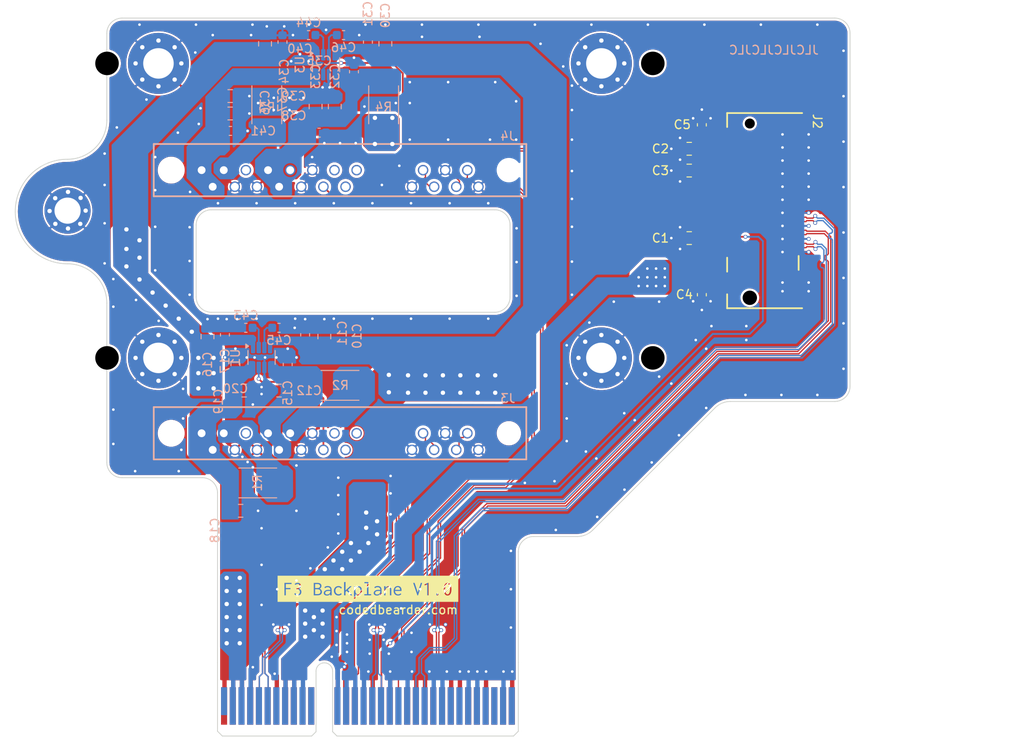
<source format=kicad_pcb>
(kicad_pcb (version 20241229) (generator "pcbnew") (generator_version "9.0")
  (layers (0 "F.Cu" signal) (4 "In1.Cu" signal) (6 "In2.Cu" signal) (2 "B.Cu" signal) (13 "F.Paste" user) (15 "B.Paste" user) (5 "F.SilkS" user "F.Silkscreen") (7 "B.SilkS" user "B.Silkscreen") (1 "F.Mask" user) (3 "B.Mask" user) (25 "Edge.Cuts" user))
  (net 0 "")
  (net 2 "+12V")
  (net 3 "GND")
  (net 4 "+5V")
  (net 6 "+3.3V")
  (net 10 "/Connector/B30")
  (net 11 "/Connector/B31")
  (net 49 "/PCIE_RX+")
  (net 50 "/PCIE_RX-")
  (net 51 "/PERST#")
  (net 52 "/PCIE_TX+")
  (net 53 "/PCIE_TX-")
  (net 54 "/PCIE_REFCLK+")
  (net 55 "/PCIE_REFCLK-")
  (net 58 "/SATA1/SATA_5V")
  (net 59 "/SATA1/SATA_12V")
  (net 60 "/SATA2/SATA_5V")
  (net 61 "/SATA2/SATA_12V")
  (net 62 "/SATA1_B+")
  (net 63 "/SATA1_B-")
  (net 64 "/SATA2_B+")
  (net 65 "/SATA2_B-")
  (net 66 "/SATA1_A+")
  (net 67 "/SATA1_A-")
  (net 68 "/SATA2_A+")
  (net 69 "/SATA2_A-")
  (net 70 "/SATA1/PRESENT#")
  (net 71 "/SATA1/SATA_PRE_5V")
  (net 72 "/SATA1/SATA_PRE_12V")
  (net 73 "/SATA2/PRESENT#")
  (net 74 "/SATA2/SATA_PRE_5V")
  (net 75 "/SATA2/SATA_PRE_12V")
  (net 76 "Net-(U1-SS_12)")
  (net 77 "Net-(U3-SS_12)")
  (net 78 "Net-(U1-SS_5)")
  (net 79 "Net-(U3-SS_5)")
  (footprint "" (layer "F.Cu") (at 109.204521 69.866903)
    (property "Reference" "")
    (property "Value" "")
  )
  (footprint "" (layer "F.Cu") (at 106.330724 66.918783)
    (property "Reference" "")
    (property "Value" "")
  )
  (footprint "Capacitor_SMD:C_0805_2012Metric" (layer "F.Cu") (at 179.05 61.25 180)
    (property "Reference" "C2")
    (property "Value" "47uF")
  )
  (footprint "Mounting:MountingHole_3.5mm_Pad_Via_With_Alignment_Hole" (layer "F.Cu") (at 118.175 85.25)
    (property "Reference" "H3" (hide yes))
    (property "Value" "MountingHole_Pad" (hide yes))
  )
  (footprint "Mounting:MountingHole_3.5mm_Pad_Via_With_Alignment_Hole" (layer "F.Cu") (at 168.975 85.25 180)
    (property "Reference" "H4" (hide yes))
    (property "Value" "MountingHole_Pad" (hide yes))
  )
  (footprint "Mounting:MountingHole_3.5mm_Pad_Via_With_Alignment_Hole" (layer "F.Cu") (at 168.975 51.45 180)
    (property "Reference" "H2" (hide yes))
    (property "Value" "MountingHole_Pad" (hide yes))
  )
  (footprint "" (layer "F.Cu") (at 107.8 70.4)
    (property "Reference" "")
    (property "Value" "")
  )
  (footprint "Capacitor_SMD:C_0805_2012Metric" (layer "F.Cu") (at 179.05 63.75 180)
    (property "Reference" "C3")
    (property "Value" "22uF")
  )
  (footprint "Connector_Backplane:PCIEx4_HOST" (layer "F.Cu") (at 125.7 125.2)
    (property "Reference" "J1" (hide yes))
    (property "Value" "PCIEx4_HOST")
    (fp_line (start -0.75 -5) (end -0.75 2.9) (stroke (width 0.1)) (layer "Edge.Cuts"))
    (fp_line (start -0.75 2.9) (end -0.20161 3.44839) (stroke (width 0.1)) (layer "Edge.Cuts"))
    (fp_line (start -0.2 3.45) (end 10.05 3.45) (stroke (width 0.1)) (layer "Edge.Cuts"))
    (fp_line (start 10.55 -4) (end 10.55 2.95) (stroke (width 0.1)) (layer "Edge.Cuts"))
    (fp_line (start 10.55 2.95) (end 10.05 3.45) (stroke (width 0.1)) (layer "Edge.Cuts"))
    (fp_line (start 12.45 -4) (end 12.45 2.95) (stroke (width 0.1)) (layer "Edge.Cuts"))
    (fp_line (start 12.45 2.95) (end 12.95 3.45) (stroke (width 0.1)) (layer "Edge.Cuts"))
    (fp_line (start 12.95 3.45) (end 33.2 3.45) (stroke (width 0.1)) (layer "Edge.Cuts"))
    (fp_line (start 33.75 -5) (end 33.75 2.9) (stroke (width 0.1)) (layer "Edge.Cuts"))
    (fp_line (start 33.75 2.9) (end 33.202031 3.447969) (stroke (width 0.1)) (layer "Edge.Cuts"))
    (fp_arc (start 10.55 -4) (mid 11.5 -4.95) (end 12.45 -4) (stroke (width 0.1)) (layer "Edge.Cuts"))
  )
  (footprint "" (layer "F.Cu") (at 107.8 66.2)
    (property "Reference" "")
    (property "Value" "")
  )
  (footprint "Logo:f3_logo" (layer "F.Cu") (at 142.2 111.75)
    (property "Reference" "G***" (hide yes))
    (property "Value" "LOGO" (hide yes))
  )
  (footprint "" (layer "F.Cu") (at 105.686597 68.388714)
    (property "Reference" "")
    (property "Value" "")
  )
  (footprint "" (layer "F.Cu") (at 109.245812 66.885751)
    (property "Reference" "")
    (property "Value" "")
  )
  (footprint "Capacitor_SMD:C_0603_1608Metric" (layer "F.Cu") (at 180.5 78 -90)
    (property "Reference" "C4")
    (property "Value" "100nF")
  )
  (footprint "Capacitor_SMD:C_0603_1608Metric" (layer "F.Cu") (at 180.5 58.5 90)
    (property "Reference" "C5")
    (property "Value" "100nF")
  )
  (footprint "Mounting:MountingHole_3.5mm_Pad_Via_With_Alignment_Hole" (layer "F.Cu") (at 118.175 51.45)
    (property "Reference" "H1" (hide yes))
    (property "Value" "MountingHole_Pad" (hide yes))
  )
  (footprint "Connector_Backplane:Amphenol_MDT420M01001" (layer "F.Cu") (at 186 68.35 -90)
    (property "Reference" "J2")
    (property "Value" "Bus_M.2_Socket_M")
  )
  (footprint "" (layer "F.Cu") (at 106.34724 69.866903)
    (property "Reference" "")
    (property "Value" "")
  )
  (footprint "" (layer "F.Cu") (at 109.823874 68.347424)
    (property "Reference" "")
    (property "Value" "")
  )
  (footprint "Capacitor_SMD:C_0805_2012Metric" (layer "F.Cu") (at 179.05 71.5 180)
    (property "Reference" "C1")
    (property "Value" "47uF")
  )
  (footprint "Capacitor_SMD:C_0603_1608Metric" (layer "B.Cu") (at 134.4 52 90)
    (property "Reference" "C40")
    (property "Value" "100nF")
  )
  (footprint "Capacitor_SMD:C_0603_1608Metric" (layer "B.Cu") (at 132 81.8)
    (property "Reference" "C45")
    (property "Value" "100nF")
  )
  (footprint "Resistor_SMD:R_2512_6332Metric" (layer "B.Cu") (at 130.6 56.2 -90)
    (property "Reference" "R3")
    (property "Value" "2R2")
  )
  (footprint "Capacitor_SMD:C_0805_2012Metric" (layer "B.Cu") (at 144.2 49.2 90)
    (property "Reference" "C30")
    (property "Value" "10uF")
  )
  (footprint "Capacitor_SMD:C_0805_2012Metric" (layer "B.Cu") (at 132 89 180)
    (property "Reference" "C12")
    (property "Value" "22uF")
  )
  (footprint "Capacitor_SMD:C_0805_2012Metric" (layer "B.Cu") (at 123.8 82.8 90)
    (property "Reference" "C16")
    (property "Value" "10uF")
  )
  (footprint "Capacitor_SMD:C_0805_2012Metric" (layer "B.Cu") (at 128 89)
    (property "Reference" "C19")
    (property "Value" "22uF")
  )
  (footprint "Load_Switches:TSOT23-8L" (layer "B.Cu") (at 130 85.2 -90)
    (property "Reference" "U1")
    (property "Value" "STEF512")
  )
  (footprint "Capacitor_SMD:C_0603_1608Metric" (layer "B.Cu") (at 126.425 59.2)
    (property "Reference" "C41")
    (property "Value" "100nF")
  )
  (footprint "Connector_Backplane:Molex_0877011001" (layer "B.Cu") (at 139 63.7 180)
    (property "Reference" "J4")
    (property "Value" "SATA_Backplane")
  )
  (footprint "Capacitor_SMD:C_0603_1608Metric" (layer "B.Cu") (at 139.4 48.2)
    (property "Reference" "C46")
    (property "Value" "100nF")
  )
  (footprint "Capacitor_SMD:C_0805_2012Metric" (layer "B.Cu") (at 138.4 56.4 90)
    (property "Reference" "C32")
    (property "Value" "22uF")
  )
  (footprint "Capacitor_SMD:C_0805_2012Metric" (layer "B.Cu") (at 137.2 82.8 90)
    (property "Reference" "C10")
    (property "Value" "10uF")
  )
  (footprint "Capacitor_SMD:C_0603_1608Metric" (layer "B.Cu") (at 125.8 82.6 90)
    (property "Reference" "C17")
    (property "Value" "100nF")
  )
  (footprint "Capacitor_SMD:C_0805_2012Metric" (layer "B.Cu") (at 126.4 55.2)
    (property "Reference" "C39")
    (property "Value" "22uF")
  )
  (footprint "Resistor_SMD:R_2512_6332Metric" (layer "B.Cu") (at 139 88.4)
    (property "Reference" "R2")
    (property "Value" "2R2")
  )
  (footprint "Capacitor_SMD:C_0805_2012Metric" (layer "B.Cu") (at 130.4 49.2 90)
    (property "Reference" "C36")
    (property "Value" "10uF")
  )
  (footprint "Capacitor_SMD:C_0603_1608Metric" (layer "B.Cu") (at 140.6 52.4 90)
    (property "Reference" "C34")
    (property "Value" "100nF")
  )
  (footprint "Connector_Backplane:Molex_0877011001" (layer "B.Cu") (at 139 93.9 180)
    (property "Reference" "J3")
    (property "Value" "SATA_Backplane")
  )
  (footprint "Capacitor_SMD:C_0603_1608Metric" (layer "B.Cu") (at 135.4 48.2 180)
    (property "Reference" "C44")
    (property "Value" "100nF")
  )
  (footprint "Load_Switches:TSOT23-8L" (layer "B.Cu") (at 137.4 51.6 -90)
    (property "Reference" "U3")
    (property "Value" "STEF512")
  )
  (footprint "Capacitor_SMD:C_0805_2012Metric" (layer "B.Cu") (at 127.6 102.8)
    (property "Reference" "C18")
    (property "Value" "22uF")
  )
  (footprint "Capacitor_SMD:C_0603_1608Metric" (layer "B.Cu") (at 142.2 49 90)
    (property "Reference" "C31")
    (property "Value" "100nF")
  )
  (footprint "Resistor_SMD:R_2512_6332Metric" (layer "B.Cu") (at 129.5625 99.6)
    (property "Reference" "R1")
    (property "Value" "2R2")
  )
  (footprint "Capacitor_SMD:C_0603_1608Metric" (layer "B.Cu") (at 133 86 90)
    (property "Reference" "C15")
    (property "Value" "100nF")
  )
  (footprint "Capacitor_SMD:C_0805_2012Metric" (layer "B.Cu") (at 126.4 57.2)
    (property "Reference" "C38")
    (property "Value" "22uF")
  )
  (footprint "Resistor_SMD:R_2512_6332Metric" (layer "B.Cu") (at 144 56.2 -90)
    (property "Reference" "R4")
    (property "Value" "2R2")
  )
  (footprint "Capacitor_SMD:C_0603_1608Metric" (layer "B.Cu") (at 135 82.6 90)
    (property "Reference" "C11")
    (property "Value" "100nF")
  )
  (footprint "Capacitor_SMD:C_0603_1608Metric" (layer "B.Cu") (at 128.2 81.8 180)
    (property "Reference" "C43")
    (property "Value" "100nF")
  )
  (footprint "Capacitor_SMD:C_0603_1608Metric" (layer "B.Cu") (at 132.4 49 90)
    (property "Reference" "C37")
    (property "Value" "100nF")
  )
  (footprint "Capacitor_SMD:C_0805_2012Metric" (layer "B.Cu") (at 136.2 56.4 90)
    (property "Reference" "C33")
    (property "Value" "22uF")
  )
  (footprint "Capacitor_SMD:C_0603_1608Metric" (layer "B.Cu") (at 136.6 59.4)
    (property "Reference" "C35")
    (property "Value" "100nF")
  )
  (footprint "Capacitor_SMD:C_0603_1608Metric" (layer "B.Cu") (at 127 86 90)
    (property "Reference" "C20")
    (property "Value" "100nF")
  )
  (gr_arc (start 112.25 57.95) (mid 110.931981 61.131981) (end 107.75 62.45) (stroke (width 0.1)) (layer "Edge.Cuts"))
  (gr_arc (start 167.980815 105.017767) (mid 167.169759 105.55971) (end 166.213048 105.75) (stroke (width 0.1)) (layer "Edge.Cuts"))
  (gr_line (start 158.5 78.262563) (end 158.5 70) (stroke (width 0.1)) (layer "Edge.Cuts"))
  (gr_arc (start 159.45 107.5) (mid 159.962563 106.262563) (end 161.2 105.75) (stroke (width 0.1)) (layer "Edge.Cuts"))
  (gr_arc (start 182.015746 90.984254) (mid 182.82679 90.44176) (end 183.783513 90.25) (stroke (width 0.1)) (layer "Edge.Cuts"))
  (gr_line (start 123.2 99) (end 114 99) (stroke (width 0.1)) (layer "Edge.Cuts"))
  (gr_line (start 114 46.25) (end 195.75 46.25) (stroke (width 0.1)) (layer "Edge.Cuts"))
  (gr_arc (start 195.75 46.25) (mid 196.987437 46.762563) (end 197.5 48) (stroke (width 0.1)) (layer "Edge.Cuts"))
  (gr_line (start 112.25 97.25) (end 112.25 78.95) (stroke (width 0.1)) (layer "Edge.Cuts"))
  (gr_line (start 124.95 120.2) (end 124.95 100.75) (stroke (width 0.1)) (layer "Edge.Cuts"))
  (gr_line (start 112.25 48) (end 112.25 57.95) (stroke (width 0.1)) (layer "Edge.Cuts"))
  (gr_line (start 167.980815 105.019185) (end 182.015746 90.984254) (stroke (width 0.1)) (layer "Edge.Cuts"))
  (gr_arc (start 114 99) (mid 112.762563 98.487437) (end 112.25 97.25) (stroke (width 0.1)) (layer "Edge.Cuts"))
  (gr_arc (start 197.5 88.5) (mid 196.987437 89.737437) (end 195.75 90.25) (stroke (width 0.1)) (layer "Edge.Cuts"))
  (gr_line (start 156.75 80.012563) (end 124.25 80.012563) (stroke (width 0.1)) (layer "Edge.Cuts"))
  (gr_arc (start 123.2 99) (mid 124.437437 99.512563) (end 124.95 100.75) (stroke (width 0.1)) (layer "Edge.Cuts"))
  (gr_arc (start 122.5 70) (mid 123.012563 68.762563) (end 124.25 68.25) (stroke (width 0.1)) (layer "Edge.Cuts"))
  (gr_arc (start 107.75 74.45) (mid 110.931981 75.768019) (end 112.25 78.95) (stroke (width 0.1)) (layer "Edge.Cuts"))
  (gr_arc (start 158.5 78.262563) (mid 157.98745 79.500024) (end 156.75 80.012563) (stroke (width 0.1)) (layer "Edge.Cuts"))
  (gr_arc (start 124.25 80.012563) (mid 123.012563 79.5) (end 122.5 78.262563) (stroke (width 0.1)) (layer "Edge.Cuts"))
  (gr_arc (start 107.75 74.45) (mid 101.75 68.45) (end 107.75 62.45) (stroke (width 0.1)) (layer "Edge.Cuts"))
  (gr_line (start 159.45 120.2) (end 159.45 107.5) (stroke (width 0.1)) (layer "Edge.Cuts"))
  (gr_line (start 161.2 105.75) (end 166.213048 105.75) (stroke (width 0.1)) (layer "Edge.Cuts"))
  (gr_arc (start 112.25 48) (mid 112.762563 46.762563) (end 114 46.25) (stroke (width 0.1)) (layer "Edge.Cuts"))
  (gr_line (start 183.783513 90.25) (end 195.75 90.25) (stroke (width 0.1)) (layer "Edge.Cuts"))
  (gr_line (start 124.25 68.25) (end 156.75 68.25) (stroke (width 0.1)) (layer "Edge.Cuts"))
  (gr_line (start 122.5 78.262563) (end 122.5 70) (stroke (width 0.1)) (layer "Edge.Cuts"))
  (gr_line (start 197.5 48) (end 197.5 88.5) (stroke (width 0.1)) (layer "Edge.Cuts"))
  (gr_arc (start 156.75 68.25) (mid 157.987437 68.762563) (end 158.5 70) (stroke (width 0.1)) (layer "Edge.Cuts"))
  (gr_text "codedbearder.com" (at 138.75 114.75 0) (layer "F.SilkS") (effects (font (size 1 1)) (justify left bottom)))
  (gr_text "JLCJLCJLCJLC" (at 194 50.5 0) (layer "B.SilkS") (effects (font (size 1 1)) (justify left bottom mirror)))
  (segment (start 125.75 125.05) (end 125.75 121.5) (width 0.5) (layer "F.Cu") (net 2))
  (segment (start 127.75 125.05) (end 127.75 121.5) (width 0.5) (layer "F.Cu") (net 2))
  (segment (start 126.75 125.05) (end 126.75 121.5) (width 0.5) (layer "F.Cu") (net 2))
  (via (at 127.5 110.5) (size 0.8) (drill 0.5) (layers "F.Cu" "B.Cu") (net 2))
  (via (at 124.5 87) (size 0.8) (drill 0.5) (layers "F.Cu" "B.Cu") (net 2))
  (via (at 122 82.25) (size 0.8) (drill 0.5) (layers "F.Cu" "B.Cu") (net 2))
  (via (at 127.5 118) (size 0.8) (drill 0.5) (layers "F.Cu" "B.Cu") (net 2))
  (via (at 119 79.25) (size 0.8) (drill 0.5) (layers "F.Cu" "B.Cu") (net 2))
  (via (at 126 116.5) (size 0.8) (drill 0.5) (layers "F.Cu" "B.Cu") (net 2))
  (via (at 122.75 85.25) (size 0.8) (drill 0.5) (layers "F.Cu" "B.Cu") (net 2))
  (via (at 122.75 88.75) (size 0.8) (drill 0.5) (layers "F.Cu" "B.Cu") (net 2))
  (via (at 124.5 88.75) (size 0.8) (drill 0.5) (layers "F.Cu" "B.Cu") (net 2))
  (via (at 124.5 85.25) (size 0.8) (drill 0.5) (layers "F.Cu" "B.Cu") (net 2))
  (via (at 126 118) (size 0.8) (drill 0.5) (layers "F.Cu" "B.Cu") (net 2))
  (via (at 127.5 112) (size 0.8) (drill 0.5) (layers "F.Cu" "B.Cu") (net 2))
  (via (at 114.5 72.75) (size 0.8) (drill 0.5) (layers "F.Cu" "B.Cu") (net 2))
  (via (at 120.5 80.75) (size 0.8) (drill 0.5) (layers "F.Cu" "B.Cu") (net 2))
  (via (at 114.5 74.75) (size 0.8) (drill 0.5) (layers "F.Cu" "B.Cu") (net 2))
  (via (at 117.5 77.75) (size 0.8) (drill 0.5) (layers "F.Cu" "B.Cu") (net 2))
  (via (at 127.5 116.5) (size 0.8) (drill 0.5) (layers "F.Cu" "B.Cu") (net 2))
  (via (at 114.5 70.5) (size 0.8) (drill 0.5) (layers "F.Cu" "B.Cu") (net 2))
  (via (at 127.5 113.5) (size 0.8) (drill 0.5) (layers "F.Cu" "B.Cu") (net 2))
  (via (at 126 112) (size 0.8) (drill 0.5) (layers "F.Cu" "B.Cu") (net 2))
  (via (at 116 73.75) (size 0.8) (drill 0.5) (layers "F.Cu" "B.Cu") (net 2))
  (via (at 127.5 115) (size 0.8) (drill 0.5) (layers "F.Cu" "B.Cu") (net 2))
  (via (at 126 113.5) (size 0.8) (drill 0.5) (layers "F.Cu" "B.Cu") (net 2))
  (via (at 122.75 87) (size 0.8) (drill 0.5) (layers "F.Cu" "B.Cu") (net 2))
  (via (at 116 71.75) (size 0.8) (drill 0.5) (layers "F.Cu" "B.Cu") (net 2))
  (via (at 126 115) (size 0.8) (drill 0.5) (layers "F.Cu" "B.Cu") (net 2))
  (via (at 116 76.25) (size 0.8) (drill 0.5) (layers "F.Cu" "B.Cu") (net 2))
  (via (at 126 110.5) (size 0.8) (drill 0.5) (layers "F.Cu" "B.Cu") (net 2))
  (segment (start 126.75 125.05) (end 126.75 121.5) (width 0.5) (layer "B.Cu") (net 2))
  (segment (start 127.75 125.05) (end 127.75 121.5) (width 0.5) (layer "B.Cu") (net 2))
  (segment (start 142.25 121.25) (end 142.75 121.75) (width 0.5) (layer "F.Cu") (net 3))
  (segment (start 191.275 67.1) (end 192.75 67.1) (width 0.2) (layer "F.Cu") (net 3))
  (segment (start 139.6 120.8) (end 139.6 124.9) (width 0.5) (layer "F.Cu") (net 3))
  (segment (start 191.275 65.6) (end 192.75 65.6) (width 0.2) (layer "F.Cu") (net 3))
  (segment (start 131.75 125.05) (end 131.75 121.75) (width 0.5) (layer "F.Cu") (net 3))
  (segment (start 144.75 125.05) (end 144.75 121.25) (width 0.5) (layer "F.Cu") (net 3))
  (segment (start 147.75 121.75) (end 147.25 121.25) (width 0.5) (layer "F.Cu") (net 3))
  (segment (start 139.5 120.7) (end 139.6 120.8) (width 0.5) (layer "F.Cu") (net 3))
  (segment (start 129 120.75) (end 128.75 121) (width 0.5) (layer "F.Cu") (net 3))
  (segment (start 191.275 73.1) (end 192.75 73.1) (width 0.2) (layer "F.Cu") (net 3))
  (segment (start 151.75 121.75) (end 151.25 121.25) (width 0.5) (layer "F.Cu") (net 3))
  (segment (start 191.275 64.1) (end 189.75 64.1) (width 0.2) (layer "F.Cu") (net 3))
  (segment (start 191.275 59.6) (end 189.75 59.6) (width 0.2) (layer "F.Cu") (net 3))
  (segment (start 191.275 70.1) (end 189.75 70.1) (width 0.2) (layer "F.Cu") (net 3))
  (segment (start 191.275 59.6) (end 192.75 59.6) (width 0.2) (layer "F.Cu") (net 3))
  (segment (start 131.75 121.75) (end 131.5 121.5) (width 0.5) (layer "F.Cu") (net 3))
  (segment (start 191.275 76.6) (end 189.75 76.6) (width 0.3) (layer "F.Cu") (net 3))
  (segment (start 191.275 61.1) (end 192.75 61.1) (width 0.2) (layer "F.Cu") (net 3))
  (segment (start 148.75 125.05) (end 148.75 121.75) (width 0.5) (layer "F.Cu") (net 3))
  (segment (start 191.275 64.1) (end 192.75 64.1) (width 0.2) (layer "F.Cu") (net 3))
  (segment (start 147.75 125.05) (end 147.75 121.75) (width 0.5) (layer "F.Cu") (net 3))
  (segment (start 191.275 71.6) (end 189.75 71.6) (width 0.2) (layer "F.Cu") (net 3))
  (segment (start 191.275 68.6) (end 189.75 68.6) (width 0.2) (layer "F.Cu") (net 3))
  (segment (start 128.75 121) (end 128.75 125.05) (width 0.5) (layer "F.Cu") (net 3))
  (segment (start 191.275 76.6) (end 192.75 76.6) (width 0.3) (layer "F.Cu") (net 3))
  (segment (start 191.275 62.6) (end 189.75 62.6) (width 0.2) (layer "F.Cu") (net 3))
  (segment (start 191.275 71.6) (end 192.75 71.6) (width 0.2) (layer "F.Cu") (net 3))
  (segment (start 158.75 125.05) (end 158.75 121.25) (width 0.5) (layer "F.Cu") (net 3))
  (segment (start 191.275 62.6) (end 192.75 62.6) (width 0.2) (layer "F.Cu") (net 3))
  (segment (start 191.275 61.1) (end 189.75 61.1) (width 0.2) (layer "F.Cu") (net 3))
  (segment (start 151.75 125.05) (end 151.75 121.75) (width 0.5) (layer "F.Cu") (net 3))
  (segment (start 191.275 77.6) (end 192.75 77.6) (width 0.3) (layer "F.Cu") (net 3))
  (segment (start 152.75 125.05) (end 152.75 121.25) (width 0.5) (layer "F.Cu") (net 3))
  (segment (start 142.75 121.75) (end 142.75 125.05) (width 0.5) (layer "F.Cu") (net 3))
  (segment (start 191.275 70.1) (end 192.75 70.1) (width 0.2) (layer "F.Cu") (net 3))
  (segment (start 191.275 65.6) (end 189.75 65.6) (width 0.2) (layer "F.Cu") (net 3))
  (segment (start 191.275 77.6) (end 189.75 77.6) (width 0.3) (layer "F.Cu") (net 3))
  (segment (start 191.275 67.1) (end 189.75 67.1) (width 0.2) (layer "F.Cu") (net 3))
  (segment (start 148.75 121.75) (end 149.25 121.25) (width 0.5) (layer "F.Cu") (net 3))
  (segment (start 155.75 125.05) (end 155.75 121.25) (width 0.5) (layer "F.Cu") (net 3))
  (segment (start 191.275 68.6) (end 192.75 68.6) (width 0.2) (layer "F.Cu") (net 3))
  (segment (start 191.275 73.1) (end 189.75 73.1) (width 0.2) (layer "F.Cu") (net 3))
  (via (at 129 120.75) (size 0.45) (drill 0.3) (layers "F.Cu" "B.Cu") (net 3))
  (via (at 196.75 60.42857) (size 0.45) (drill 0.3) (layers "F.Cu" "B.Cu") (net 3))
  (via (at 141.916664 47) (size 0.45) (drill 0.3) (layers "F.Cu" "B.Cu") (net 3))
  (via (at 165.6 74.2) (size 0.45) (drill 0.3) (layers "F.Cu" "B.Cu") (net 3))
  (via (at 135.6 109.4) (size 0.45) (drill 0.3) (layers "F.Cu" "B.Cu") (net 3))
  (via (at 151.4 60.2) (size 0.45) (drill 0.3) (layers "F.Cu" "B.Cu") (net 3))
  (via (at 151.25 121.25) (size 0.45) (drill 0.3) (layers "F.Cu" "B.Cu") (net 3))
  (via (at 130 89.4) (size 0.45) (drill 0.3) (layers "F.Cu" "B.Cu") (net 3))
  (via (at 165.6 54) (size 0.45) (drill 0.3) (layers "F.Cu" "B.Cu") (net 3))
  (via (at 131.35 115.85) (size 0.45) (drill 0.3) (layers "F.Cu" "B.Cu") (net 3))
  (via (at 127.2 80.8) (size 0.45) (drill 0.3) (layers "F.Cu" "B.Cu") (net 3))
  (via (at 144.8 105.4) (size 0.45) (drill 0.3) (layers "F.Cu" "B.Cu") (net 3))
  (via (at 116.8 55.6) (size 0.45) (drill 0.3) (layers "F.Cu" "B.Cu") (net 3))
  (via (at 165 83.8) (size 0.45) (drill 0.3) (layers "F.Cu" "B.Cu") (net 3))
  (via (at 189.75 62.6) (size 0.45) (drill 0.3) (layers "F.Cu" "B.Cu") (net 3))
  (via (at 130 109) (size 0.45) (drill 0.3) (layers "F.Cu" "B.Cu") (net 3))
  (via (at 185.5 89.5) (size 0.45) (drill 0.3) (layers "F.Cu" "B.Cu") (net 3))
  (via (at 113 79.375) (size 0.45) (drill 0.3) (layers "F.Cu" "B.Cu") (net 3))
  (via (at 128.6 57.2) (size 0.45) (drill 0.3) (layers "F.Cu" "B.Cu") (net 3))
  (via (at 165 94.8) (size 0.45) (drill 0.3) (layers "F.Cu" "B.Cu") (net 3))
  (via (at 140.8 60.6) (size 0.45) (drill 0.3) (layers "F.Cu" "B.Cu") (net 3))
  (via (at 175.6 78.8) (size 0.45) (drill 0.3) (layers "F.Cu" "B.Cu") (net 3))
  (via (at 133.4 51.2) (size 0.45) (drill 0.3) (layers "F.Cu" "B.Cu") (net 3))
  (via (at 157.75 121.25) (size 0.45) (drill 0.3) (layers "F.Cu" "B.Cu") (net 3))
  (via (at 151.1 115.85) (size 0.45) (drill 0.3) (layers "F.Cu" "B.Cu") (net 3))
  (via (at 121.75 70.25) (size 0.45) (drill 0.3) (layers "F.Cu" "B.Cu") (net 3))
  (via (at 181.5 57.75) (size 0.45) (drill 0.3) (layers "F.Cu" "B.Cu") (net 3))
  (via (at 135.8 62.2) (size 0.45) (drill 0.3) (layers "F.Cu" "B.Cu") (net 3))
  (via (at 147.142855 67.5) (size 0.45) (drill 0.3) (layers "F.Cu" "B.Cu") (net 3))
  (via (at 142.714284 80.75) (size 0.45) (drill 0.3) (layers "F.Cu" "B.Cu") (net 3))
  (via (at 164.6 51.8) (size 0.45) (drill 0.3) (layers "F.Cu" "B.Cu") (net 3))
  (via (at 142.4 119.2) (size 0.45) (drill 0.3) (layers "F.Cu" "B.Cu") (net 3))
  (via (at 121.8 66.2) (size 0.45) (drill 0.3) (layers "F.Cu" "B.Cu") (net 3))
  (via (at 138.8 99) (size 0.45) (drill 0.3) (layers "F.Cu" "B.Cu") (net 3))
  (via (at 138.6 118.2) (size 0.45) (drill 0.3) (layers "F.Cu" "B.Cu") (net 3))
  (via (at 159.25 74.25) (size 0.45) (drill 0.3) (layers "F.Cu" "B.Cu") (net 3))
  (via (at 180.5 79.75) (size 0.45) (drill 0.3) (layers "F.Cu" "B.Cu") (net 3))
  (via (at 112 65.4) (size 0.45) (drill 0.3) (layers "F.Cu" "B.Cu") (net 3))
  (via (at 129 90.6) (size 0.45) (drill 0.3) (layers "F.Cu" "B.Cu") (net 3))
  (via (at 161.354162 47) (size 0.45) (drill 0.3) (layers "F.Cu" "B.Cu") (net 3))
  (via (at 128.4 97.2) (size 0.45) (drill 0.3) (layers "F.Cu" "B.Cu") (net 3))
  (via (at 131.4 55.4) (size 0.45) (drill 0.3) (layers "F.Cu" "B.Cu") (net 3))
  (via (at 121 92.2) (size 0.45) (drill 0.3) (layers "F.Cu" "B.Cu") (net 3))
  (via (at 112 74.4) (size 0.45) (drill 0.3) (layers "F.Cu" "B.Cu") (net 3))
  (via (at 129.428571 80.75) (size 0.45) (drill 0.3) (layers "F.Cu" "B.Cu") (net 3))
  (via (at 117.8 70.2) (size 0.45) (drill 0.3) (layers "F.Cu" "B.Cu") (net 3))
  (via (at 192.75 59.6) (size 0.45) (drill 0.3) (layers "F.Cu" "B.Cu") (net 3))
  (via (at 178 70.25) (size 0.45) (drill 0.3) (layers "F.Cu" "B.Cu") (net 3))
  (via (at 165 88.2) (size 0.45) (drill 0.3) (layers "F.Cu" "B.Cu") (net 3))
  (via (at 130 88.6) (size 0.45) (drill 0.3) (layers "F.Cu" "B.Cu") (net 3))
  (via (at 148.2 111.8) (size 0.45) (drill 0.3) (layers "F.Cu" "B.Cu") (net 3))
  (via (at 171.6 91.6) (size 0.45) (drill 0.3) (layers "F.Cu" "B.Cu") (net 3))
  (via (at 135 80.8) (size 0.45) (drill 0.3) (layers "F.Cu" "B.Cu") (net 3))
  (via (at 189.75 61.1) (size 0.45) (drill 0.3) (layers "F.Cu" "B.Cu") (net 3))
  (via (at 181.5 78.75) (size 0.45) (drill 0.3) (layers "F.Cu" "B.Cu") (net 3))
  (via (at 126 80.8) (size 0.45) (drill 0.3) (layers "F.Cu" "B.Cu") (net 3))
  (via (at 151.571426 67.5) (size 0.45) (drill 0.3) (layers "F.Cu" "B.Cu") (net 3))
  (via (at 192.75 77.6) (size 0.45) (drill 0.3) (layers "F.Cu" "B.Cu") (net 3))
  (via (at 177.875 94.125) (size 0.45) (drill 0.3) (layers "F.Cu" "B.Cu") (net 3))
  (via (at 192.75 65.6) (size 0.45) (drill 0.3) (layers "F.Cu" "B.Cu") (net 3))
  (via (at 137.2 60.6) (size 0.45) (drill 0.3) (layers "F.Cu" "B.Cu") (net 3))
  (via (at 131.7 85.2) (size 0.45) (drill 0.3) (layers "F.Cu" "B.Cu") (net 3))
  (via (at 141.8 56.4) (size 0.45) (drill 0.3) (layers "F.Cu" "B.Cu") (net 3))
  (via (at 167.833328 47) (size 0.45) (drill 0.3) (layers "F.Cu" "B.Cu") (net 3))
  (via (at 142.714284 67.5) (size 0.45) (drill 0.3) (layers "F.Cu" "B.Cu") (net 3))
  (via (at 131.8 111.8) (size 0.45) (drill 0.3) (layers "F.Cu" "B.Cu") (net 3))
  (via (at 149.3 115.85) (size 0.45) (drill 0.3) (layers "F.Cu" "B.Cu") (net 3))
  (via (at 189.75 67.1) (size 0.45) (drill 0.3) (layers "F.Cu" "B.Cu") (net 3))
  (via (at 129.2 85.2) (size 0.45) (drill 0.3) (layers "F.Cu" "B.Cu") (net 3))
  (via (at 143.8 65.4) (size 0.45) (drill 0.3) (layers "F.Cu" "B.Cu") (net 3))
  (via (at 117.8 75.2) (size 0.45) (drill 0.3) (layers "F.Cu" "B.Cu") (net 3))
  (via (at 144.8 100.8) (size 0.45) (drill 0.3) (layers "F.Cu" "B.Cu") (net 3))
  (via (at 131.5 121.5) (size 0.45) (drill 0.3) (layers "F.Cu" "B.Cu") (net 3))
  (via (at 192.75 68.6) (size 0.45) (drill 0.3) (layers "F.Cu" "B.Cu") (net 3))
  (via (at 163.6 99.4) (size 0.45) (drill 0.3) (layers "F.Cu" "B.Cu") (net 3))
  (via (at 154.75 121.25) (size 0.45) (drill 0.3) (layers "F.Cu" "B.Cu") (net 3))
  (via (at 154.874996 47) (size 0.45) (drill 0.3) (layers "F.Cu" "B.Cu") (net 3))
  (via (at 121 88.8) (size 0.45) (drill 0.3) (layers "F.Cu" "B.Cu") (net 3))
  (via (at 133 84.2) (size 0.45) (drill 0.3) (layers "F.Cu" "B.Cu") (net 3))
  (via (at 189.75 77.6) (size 0.45) (drill 0.3) (layers "F.Cu" "B.Cu") (net 3))
  (via (at 127.8 96.6) (size 0.45) (drill 0.3) (layers "F.Cu" "B.Cu") (net 3))
  (via (at 178 60) (size 0.45) (drill 0.3) (layers "F.Cu" "B.Cu") (net 3))
  (via (at 156 67.5) (size 0.45) (drill 0.3) (layers "F.Cu" "B.Cu") (net 3))
  (via (at 179.8 83.2) (size 0.45) (drill 0.3) (layers "F.Cu" "B.Cu") (net 3))
  (via (at 185.6 81.6) (size 0.45) (drill 0.3) (layers "F.Cu" "B.Cu") (net 3))
  (via (at 151.571426 80.75) (size 0.45) (drill 0.3) (layers "F.Cu" "B.Cu") (net 3))
  (via (at 122.4 50.2) (size 0.45) (drill 0.3) (layers "F.Cu" "B.Cu") (net 3))
  (via (at 165 92.2) (size 0.45) (drill 0.3) (layers "F.Cu" "B.Cu") (net 3))
  (via (at 189.75 70.1) (size 0.45) (drill 0.3) (layers "F.Cu" "B.Cu") (net 3))
  (via (at 155.75 121.25) (size 0.45) (drill 0.3) (layers "F.Cu" "B.Cu") (net 3))
  (via (at 130.6 47.2) (size 0.45) (drill 0.3) (layers "F.Cu" "B.Cu") (net 3))
  (via (at 159.25 70.375) (size 0.45) (drill 0.3) (layers "F.Cu" "B.Cu") (net 3))
  (via (at 178 65) (size 0.45) (drill 0.3) (layers "F.Cu" "B.Cu") (net 3))
  (via (at 129.6 56) (size 0.45) (drill 0.3) (layers "F.Cu" "B.Cu") (net 3))
  (via (at 135.4 51.2) (size 0.45) (drill 0.3) (layers "F.Cu" "B.Cu") (net 3))
  (via (at 196.75 86.5) (size 0.45) (drill 0.3) (layers "F.Cu" "B.Cu") (net 3))
  (via (at 189.625 89.5) (size 0.45) (drill 0.3) (layers "F.Cu" "B.Cu") (net 3))
  (via (at 128.958332 47) (size 0.45) (drill 0.3) (layers "F.Cu" "B.Cu") (net 3))
  (via (at 138.8 101) (size 0.45) (drill 0.3) (layers "F.Cu" "B.Cu") (net 3))
  (via (at 117.8 62.2) (size 0.45) (drill 0.3) (layers "F.Cu" "B.Cu") (net 3))
  (via (at 134 85.2) (size 0.45) (drill 0.3) (layers "F.Cu" "B.Cu") (net 3))
  (via (at 147 60.2) (size 0.45) (drill 0.3) (layers "F.Cu" "B.Cu") (net 3))
  (via (at 133.2 55.4) (size 0.45) (drill 0.3) (layers "F.Cu" "B.Cu") (net 3))
  (via (at 125.8 85.2) (size 0.45) (drill 0.3) (layers "F.Cu" "B.Cu") (net 3))
  (via (at 144.2 47) (size 0.45) (drill 0.3) (layers "F.Cu" "B.Cu") (net 3))
  (via (at 156.2 60.2) (size 0.45) (drill 0.3) (layers "F.Cu" "B.Cu") (net 3))
  (via (at 138.8 103.2) (size 0.45) (drill 0.3) (layers "F.Cu" "B.Cu") (net 3))
  (via (at 133.2 56.8) (size 0.45) (drill 0.3) (layers "F.Cu" "B.Cu") (net 3))
  (via (at 158.6 107.4) (size 0.45) (drill 0.3) (layers "F.Cu" "B.Cu") (net 3))
  (via (at 177 88.2) (size 0.45) (drill 0.3) (layers "F.Cu" "B.Cu") (net 3))
  (via (at 196.75 55.214285) (size 0.45) (drill 0.3) (layers "F.Cu" "B.Cu") (net 3))
  (via (at 144.6 119.2) (size 0.45) (drill 0.3) (layers "F.Cu" "B.Cu") (net 3))
  (via (at 185.6 83.2) (size 0.45) (drill 0.3) (layers "F.Cu" "B.Cu") (net 3))
  (via (at 113 76.2) (size 0.45) (drill 0.3) (layers "F.Cu" "B.Cu") (net 3))
  (via (at 133.15 115.85) (size 0.45) (drill 0.3) (layers "F.Cu" "B.Cu") (net 3))
  (via (at 178 72.75) (size 0.45) (drill 0.3) (layers "F.Cu" "B.Cu") (net 3))
  (via (at 112 61.8) (size 0.45) (drill 0.3) (layers "F.Cu" "B.Cu") (net 3))
  (via (at 189.75 71.6) (size 0.45) (drill 0.3) (layers "F.Cu" "B.Cu") (net 3))
  (via (at 181 91) (size 0.45) (drill 0.3) (layers "F.Cu" "B.Cu") (net 3))
  (via (at 115.5 98.25) (size 0.45) (drill 0.3) (layers "F.Cu" "B.Cu") (net 3))
  (via (at 142.25 121.25) (size 0.45) (drill 0.3) (layers "F.Cu" "B.Cu") (net 3))
  (via (at 196.75 70.85714) (size 0.45) (drill 0.3) (layers "F.Cu" "B.Cu") (net 3))
  (via (at 137.4 47.6) (size 0.45) (drill 0.3) (layers "F.Cu" "B.Cu") (net 3))
  (via (at 148.39583 47) (size 0.45) (drill 0.3) (layers "F.Cu" "B.Cu") (net 3))
  (via (at 129.428571 67.5) (size 0.45) (drill 0.3) (layers "F.Cu" "B.Cu") (net 3))
  (via (at 138.285713 67.5) (size 0.45) (drill 0.3) (layers "F.Cu" "B.Cu") (net 3))
  (via (at 130.4 85.2) (size 0.45) (drill 0.3) (layers "F.Cu" "B.Cu") (net 3))
  (via (at 189.75 73.1) (size 0.45) (drill 0.3) (layers "F.Cu" "B.Cu") (net 3))
  (via (at 160.2 99.6) (size 0.45) (drill 0.3) (layers "F.Cu" "B.Cu") (net 3))
  (via (at 159.25 78.125) (size 0.45) (drill 0.3) (layers "F.Cu" "B.Cu") (net 3))
  (via (at 148.4 48.4) (size 0.45) (drill 0.3) (layers "F.Cu" "B.Cu") (net 3))
  (via (at 158.6 116.2) (size 0.45) (drill 0.3) (layers "F.Cu" "B.Cu") (net 3))
  (via (at 174.312494 47) (size 0.45) (drill 0.3) (layers "F.Cu" "B.Cu") (net 3))
  (via (at 112 69.8) (size 0.45) (drill 0.3) (layers "F.Cu" "B.Cu") (net 3))
  (via (at 135.437498 47) (size 0.45) (drill 0.3) (layers "F.Cu" "B.Cu") (net 3))
  (via (at 137.8 54.2) (size 0.45) (drill 0.3) (layers "F.Cu" "B.Cu") (net 3))
  (via (at 128.4 59.2) (size 0.45) (drill 0.3) (layers "F.Cu" "B.Cu") (net 3))
  (via (at 113 91.1875) (size 0.45) (drill 0.3) (layers "F.Cu" "B.Cu") (net 3))
  (via (at 113.4 58.8) (size 0.45) (drill 0.3) (layers "F.Cu" "B.Cu") (net 3))
  (via (at 165.6 63.8) (size 0.45) (drill 0.3) (layers "F.Cu" "B.Cu") (net 3))
  (via (at 133.857142 67.5) (size 0.45) (drill 0.3) (layers "F.Cu" "B.Cu") (net 3))
  (via (at 192.75 76.6) (size 0.45) (drill 0.3) (layers "F.Cu" "B.Cu") (net 3))
  (via (at 187.270826 47) (size 0.45) (drill 0.3) (layers "F.Cu" "B.Cu") (net 3))
  (via (at 181 84.2) (size 0.45) (drill 0.3) (layers "F.Cu" "B.Cu") (net 3))
  (via (at 121.75 78) (size 0.45) (drill 0.3) (layers "F.Cu" "B.Cu") (net 3))
  (via (at 162 49.2) (size 0.45) (drill 0.3) (layers "F.Cu" "B.Cu") (net 3))
  (via (at 167.2 96) (size 0.45) (drill 0.3) (layers "F.Cu" "B.Cu") (net 3))
  (via (at 168.4 96.8) (size 0.45) (drill 0.3) (layers "F.Cu" "B.Cu") (net 3))
  (via (at 115.6 78.6) (size 0.45) (drill 0.3) (layers "F.Cu" "B.Cu") (net 3))
  (via (at 193.75 89.5) (size 0.45) (drill 0.3) (layers "F.Cu" "B.Cu") (net 3))
  (via (at 192.75 71.6) (size 0.45) (drill 0.3) (layers "F.Cu" "B.Cu") (net 3))
  (via (at 120.8 95.8) (size 0.45) (drill 0.3) (layers "F.Cu" "B.Cu") (net 3))
  (via (at 192.75 61.1) (size 0.45) (drill 0.3) (layers "F.Cu" "B.Cu") (net 3))
  (via (at 158.75 121.25) (size 0.45) (drill 0.3) (layers "F.Cu" "B.Cu") (net 3))
  (via (at 180.79166 47) (size 0.45) (drill 0.3) (layers "F.Cu" "B.Cu") (net 3))
  (via (at 144 117.6) (size 0.45) (drill 0.3) (layers "F.Cu" "B.Cu") (net 3))
  (via (at 147.25 121.25) (size 0.45) (drill 0.3) (layers "F.Cu" "B.Cu") (net 3))
  (via (at 180.5 56.75) (size 0.45) (drill 0.3) (layers "F.Cu" "B.Cu") (net 3))
  (via (at 134 110.8) (size 0.45) (drill 0.3) (layers "F.Cu" "B.Cu") (net 3))
  (via (at 129.6 102.8) (size 0.45) (drill 0.3) (layers "F.Cu" "B.Cu") (net 3))
  (via (at 138.285713 80.75) (size 0.45) (drill 0.3) (layers "F.Cu" "B.Cu") (net 3))
  (via (at 120.4 59.4) (size 0.45) (drill 0.3) (layers "F.Cu" "B.Cu") (net 3))
  (via (at 145.4 56) (size 0.45) (drill 0.3) (layers "F.Cu" "B.Cu") (net 3))
  (via (at 177 71.5) (size 0.45) (drill 0.3) (layers "F.Cu" "B.Cu") (net 3))
  (via (at 152.75 121.25) (size 0.45) (drill 0.3) (layers "F.Cu" "B.Cu") (net 3))
  (via (at 156.8 53.6) (size 0.45) (drill 0.3) (layers "F.Cu" "B.Cu") (net 3))
  (via (at 151.4 53.6) (size 0.45) (drill 0.3) (layers "F.Cu" "B.Cu") (net 3))
  (via (at 129 97.8) (size 0.45) (drill 0.3) (layers "F.Cu" "B.Cu") (net 3))
  (via (at 145.8 63.2) (size 0.45) (drill 0.3) (layers "F.Cu" "B.Cu") (net 3))
  (via (at 196.75 81.28571) (size 0.45) (drill 0.3) (layers "F.Cu" "B.Cu") (net 3))
  (via (at 147 56) (size 0.45) (drill 0.3) (layers "F.Cu" "B.Cu") (net 3))
  (via (at 133.6 48.2) (size 0.45) (drill 0.3) (layers "F.Cu" "B.Cu") (net 3))
  (via (at 140.6 50.8) (size 0.45) (drill 0.3) (layers "F.Cu" "B.Cu") (net 3))
  (via (at 146 114) (size 0.45) (drill 0.3) (layers "F.Cu" "B.Cu") (net 3))
  (via (at 138.6 116.6) (size 0.45) (drill 0.3) (layers "F.Cu" "B.Cu") (net 3))
  (via (at 125 80.75) (size 0.45) (drill 0.3) (layers "F.Cu" "B.Cu") (net 3))
  (via (at 192.75 73.1) (size 0.45) (drill 0.3) (layers "F.Cu" "B.Cu") (net 3))
  (via (at 138.05 119.55) (size 0.45) (drill 0.3) (layers "F.Cu" "B.Cu") (net 3))
  (via (at 179.5 78.75) (size 0.45) (drill 0.3) (layers "F.Cu" "B.Cu") (net 3))
  (via (at 116 47) (size 0.45) (drill 0.3) (layers "F.Cu" "B.Cu") (net 3))
  (via (at 165.6 60.2) (size 0.45) (drill 0.3) (layers "F.Cu" "B.Cu") (net 3))
  (via (at 123 56.6) (size 0.45) (drill 0.3) (layers "F.Cu" "B.Cu") (net 3))
  (via (at 144.8 103.2) (size 0.45) (drill 0.3) (layers "F.Cu" "B.Cu") (net 3))
  (via (at 171.625 100.375) (size 0.45) (drill 0.3) (layers "F.Cu" "B.Cu") (net 3))
  (via (at 117.8 66) (size 0.45) (drill 0.3) (layers "F.Cu" "B.Cu") (net 3))
  (via (at 121.75 74.125) (size 0.45) (drill 0.3) (layers "F.Cu" "B.Cu") (net 3))
  (via (at 189.75 76.6) (size 0.45) (drill 0.3) (layers "F.Cu" "B.Cu") (net 3))
  (via (at 131.4 56.8) (size 0.45) (drill 0.3) (layers "F.Cu" "B.Cu") (net 3))
  (via (at 144.8 98.8) (size 0.45) (drill 0.3) (layers "F.Cu" "B.Cu") (net 3))
  (via (at 142.35 115.85) (size 0.45) (drill 0.3) (layers "F.Cu" "B.Cu") (net 3))
  (via (at 133.8 81.8) (size 0.45) (drill 0.3) (layers "F.Cu" "B.Cu") (net 3))
  (via (at 147.142855 80.75) (size 0.45) (drill 0.3) (layers "F.Cu" "B.Cu") (net 3))
  (via (at 192.75 67.1) (size 0.45) (drill 0.3) (layers "F.Cu" "B.Cu") (net 3))
  (via (at 132.6 47.2) (size 0.45) (drill 0.3) (layers "F.Cu" "B.Cu") (net 3))
  (via (at 134 97.6) (size 0.45) (drill 0.3) (layers "F.Cu" "B.Cu") (net 3))
  (via (at 113 95.125) (size 0.45) (drill 0.3) (layers "F.Cu" "B.Cu") (net 3))
  (via (at 122.479166 47) (size 0.45) (drill 0.3) (layers "F.Cu" "B.Cu") (net 3))
  (via (at 163.75 105) (size 0.45) (drill 0.3) (layers "F.Cu" "B.Cu") (net 3))
  (via (at 137.6 107) (size 0.45) (drill 0.3) (layers "F.Cu" "B.Cu") (net 3))
  (via (at 139.5 120.7) (size 0.45) (drill 0.3) (layers "F.Cu" "B.Cu") (net 3))
  (via (at 130 113.6) (size 0.45) (drill 0.3) (layers "F.Cu" "B.Cu") (net 3))
  (via (at 144.15 115.85) (size 0.45) (drill 0.3) (layers "F.Cu" "B.Cu") (net 3))
  (via (at 120.5 98.25) (size 0.45) (drill 0.3) (layers "F.Cu" "B.Cu") (net 3))
  (via (at 170.4 78.8) (size 0.45) (drill 0.3) (layers "F.Cu" "B.Cu") (net 3))
  (via (at 123.8 80.8) (size 0.45) (drill 0.3) (layers "F.Cu" "B.Cu") (net 3))
  (via (at 192.75 62.6) (size 0.45) (drill 0.3) (layers "F.Cu" "B.Cu") (net 3))
  (via (at 168.5 103.5) (size 0.45) (drill 0.3) (layers "F.Cu" "B.Cu") (net 3))
  (via (at 124.4 48.2) (size 0.45) (drill 0.3) (layers "F.Cu" "B.Cu") (net 3))
  (via (at 192.75 64.1) (size 0.45) (drill 0.3) (layers "F.Cu" "B.Cu") (net 3))
  (via (at 118.2 81) (size 0.45) (drill 0.3) (layers "F.Cu" "B.Cu") (net 3))
  (via (at 156 80.75) (size 0.45) (drill 0.3) (layers "F.Cu" "B.Cu") (net 3))
  (via (at 144.75 121.25) (size 0.45) (drill 0.3) (layers "F.Cu" "B.Cu") (net 3))
  (via (at 134.8 55.4) (size 0.45) (drill 0.3) (layers "F.Cu" "B.Cu") (net 3))
  (via (at 174.75 97.25) (size 0.45) (drill 0.3) (layers "F.Cu" "B.Cu") (net 3))
  (via (at 127 84.2) (size 0.45) (drill 0.3) (layers "F.Cu" "B.Cu") (net 3))
  (via (at 165.6 67) (size 0.45) (drill 0.3) (layers "F.Cu" "B.Cu") (net 3))
  (via (at 149.25 121.25) (size 0.45) (drill 0.3) (layers "F.Cu" "B.Cu") (net 3))
  (via (at 128.6 55.2) (size 0.45) (drill 0.3) (layers "F.Cu" "B.Cu") (net 3))
  (via (at 147.2 116.8) (size 0.45) (drill 0.3) (layers "F.Cu" "B.Cu") (net 3))
  (via (at 159.2 55.8) (size 0.45) (drill 0.3) (layers "F.Cu" "B.Cu") (net 3))
  (via (at 172.8 92.4) (size 0.45) (drill 0.3) (layers "F.Cu" "B.Cu") (net 3))
  (via (at 196.75 50) (size 0.45) (drill 0.3) (layers "F.Cu" "B.Cu") (net 3))
  (via (at 147 53.6) (size 0.45) (drill 0.3) (layers "F.Cu" "B.Cu") (net 3))
  (via (at 196.75 76.071425) (size 0.45) (drill 0.3) (layers "F.Cu" "B.Cu") (net 3))
  (via (at 165.6 56.8) (size 0.45) (drill 0.3) (layers "F.Cu" "B.Cu") (net 3))
  (via (at 165.6 78) (size 0.45) (drill 0.3) (layers "F.Cu" "B.Cu") (net 3))
  (via (at 189.75 64.1) (size 0.45) (drill 0.3) (layers "F.Cu" "B.Cu") (net 3))
  (via (at 147.2 119) (size 0.45) (drill 0.3) (layers "F.Cu" "B.Cu") (net 3))
  (via (at 153.75 121.25) (size 0.45) (drill 0.3) (layers "F.Cu" "B.Cu") (net 3))
  (via (at 139 60.6) (size 0.45) (drill 0.3) (layers "F.Cu" "B.Cu") (net 3))
  (via (at 128.8 48.2) (size 0.45) (drill 0.3) (layers "F.Cu" "B.Cu") (net 3))
  (via (at 179.5 57.75) (size 0.45) (drill 0.3) (layers "F.Cu" "B.Cu") (net 3))
  (via (at 133.857142 80.75) (size 0.45) (drill 0.3) (layers "F.Cu" "B.Cu") (net 3))
  (via (at 134 102.8) (size 0.45) (drill 0.3) (layers "F.Cu" "B.Cu") (net 3))
  (via (at 128.3 85.2) (size 0.45) (drill 0.3) (layers "F.Cu" "B.Cu") (net 3))
  (via (at 159.2 60.2) (size 0.45) (drill 0.3) (layers "F.Cu" "B.Cu") (net 3))
  (via (at 196.75 65.642855) (size 0.45) (drill 0.3) (layers "F.Cu" "B.Cu") (net 3))
  (via (at 189.75 59.6) (size 0.45) (drill 0.3) (layers "F.Cu" "B.Cu") (net 3))
  (via (at 155 48.4) (size 0.45) (drill 0.3) (layers "F.Cu" "B.Cu") (net 3))
  (via (at 192.75 70.1) (size 0.45) (drill 0.3) (layers "F.Cu" "B.Cu") (net 3))
  (via (at 165.6 70.2) (size 0.45) (drill 0.3) (layers "F.Cu" "B.Cu") (net 3))
  (via (at 177 61.25) (size 0.45) (drill 0.3) (layers "F.Cu" "B.Cu") (net 3))
  (via (at 167.6 81.2) (size 0.45) (drill 0.3) (layers "F.Cu" "B.Cu") (net 3))
  (via (at 137 54.2) (size 0.45) (drill 0.3) (layers "F.Cu" "B.Cu") (net 3))
  (via (at 138.8 105.4) (size 0.45) (drill 0.3) (layers "F.Cu" "B.Cu") (net 3))
  (via (at 125 67.5) (size 0.45) (drill 0.3) (layers "F.Cu" "B.Cu") (net 3))
  (via (at 138.6 115) (size 0.45) (drill 0.3) (layers "F.Cu" "B.Cu") (net 3))
  (via (at 141.2 48.2) (size 0.45) (drill 0.3) (layers "F.Cu" "B.Cu") (net 3))
  (via (at 175.6 87.4) (size 0.45) (drill 0.3) (layers "F.Cu" "B.Cu") (net 3))
  (via (at 142.4 117.6) (size 0.45) (drill 0.3) (layers "F.Cu" "B.Cu") (net 3))
  (via (at 177 63.75) (size 0.45) (drill 0.3) (layers "F.Cu" "B.Cu") (net 3))
  (via (at 158.6 111.8) (size 0.45) (drill 0.3) (layers "F.Cu" "B.Cu") (net 3))
  (via (at 193.75 47) (size 0.45) (drill 0.3) (layers "F.Cu" "B.Cu") (net 3))
  (via (at 181.6 81.6) (size 0.45) (drill 0.3) (layers "F.Cu" "B.Cu") (net 3))
  (via (at 122.8 58.4) (size 0.45) (drill 0.3) (layers "F.Cu" "B.Cu") (net 3))
  (via (at 189.75 65.6) (size 0.45) (drill 0.3) (layers "F.Cu" "B.Cu") (net 3))
  (via (at 130 104.8) (size 0.45) (drill 0.3) (layers "F.Cu" "B.Cu") (net 3))
  (via (at 134.4 50.4) (size 0.45) (drill 0.3) (layers "F.Cu" "B.Cu") (net 3))
  (via (at 137.2 80.8) (size 0.45) (drill 0.3) (layers "F.Cu" "B.Cu") (net 3))
  (via (at 178 62.5) (size 0.45) (drill 0.3) (layers "F.Cu" "B.Cu") (net 3))
  (via (at 189.75 68.6) (size 0.45) (drill 0.3) (layers "F.Cu" "B.Cu") (net 3))
  (segment (start 141.75 121.75) (end 142.25 121.25) (width 0.5) (layer "B.Cu") (net 3))
  (segment (start 149.75 121.75) (end 149.25 121.25) (width 0.5) (layer "B.Cu") (net 3))
  (segment (start 150.75 121.75) (end 151.25 121.25) (width 0.5) (layer "B.Cu") (net 3))
  (segment (start 192.75 71.6) (end 189.75 71.6) (width 0.2) (layer "B.Cu") (net 3))
  (segment (start 129 120.75) (end 128.75 121) (width 0.5) (layer "B.Cu") (net 3))
  (segment (start 137.725 54.125) (end 137.8 54.2) (width 0.3493) (layer "B.Cu") (net 3))
  (segment (start 139.2 120.4) (end 138.75 120.4) (width 0.5) (layer "B.Cu") (net 3))
  (segment (start 157.75 125.05) (end 157.75 121.25) (width 0.5) (layer "B.Cu") (net 3))
  (segment (start 128.75 121) (end 128.75 125.05) (width 0.5) (layer "B.Cu") (net 3))
  (segment (start 137.725 52.7375) (end 137.725 54.125) (width 0.3493) (layer "B.Cu") (net 3))
  (segment (start 154.75 125.05) (end 154.75 121.25) (width 0.5) (layer "B.Cu") (net 3))
  (segment (start 192.75 73.1) (end 189.75 73.1) (width 0.2) (layer "B.Cu") (net 3))
  (segment (start 192.75 68.6) (end 189.75 68.6) (width 0.2) (layer "B.Cu") (net 3))
  (segment (start 146.75 125.05) (end 146.75 121.75) (width 0.5) (layer "B.Cu") (net 3))
  (segment (start 150.75 125.05) (end 150.75 121.75) (width 0.5) (layer "B.Cu") (net 3))
  (segment (start 139.5 120.7) (end 139.2 120.4) (width 0.5) (layer "B.Cu") (net 3))
  (segment (start 128.55 102.8) (end 129.6 102.8) (width 0.3493) (layer "B.Cu") (net 3))
  (segment (start 138.75 120.25) (end 138.75 120.4) (width 0.5) (layer "B.Cu") (net 3))
  (segment (start 149.75 125.05) (end 149.75 121.75) (width 0.5) (layer "B.Cu") (net 3))
  (segment (start 192.75 70.1) (end 189.75 70.1) (width 0.2) (layer "B.Cu") (net 3))
  (segment (start 138.05 119.55) (end 138.75 120.25) (width 0.5) (layer "B.Cu") (net 3))
  (segment (start 146.75 121.75) (end 147.25 121.25) (width 0.5) (layer "B.Cu") (net 3))
  (segment (start 138.75 120.4) (end 138.75 125.05) (width 0.5) (layer "B.Cu") (net 3))
  (segment (start 144.75 125.05) (end 144.75 121.25) (width 0.5) (layer "B.Cu") (net 3))
  (segment (start 141.75 125.05) (end 141.75 121.75) (width 0.5) (layer "B.Cu") (net 3))
  (segment (start 153.75 125.05) (end 153.75 121.25) (width 0.5) (layer "B.Cu") (net 3))
  (segment (start 132.75 125.05) (end 132.75 121.5) (width 0.5) (layer "F.Cu") (net 4))
  (segment (start 133.75 125.05) (end 133.75 121.5) (width 0.5) (layer "F.Cu") (net 4))
  (via (at 140.25 108.5) (size 0.8) (drill 0.5) (layers "F.Cu" "B.Cu") (net 4))
  (via (at 156.8 87.25) (size 0.8) (drill 0.5) (layers "F.Cu" "B.Cu") (net 4))
  (via (at 141.25 107.5) (size 0.8) (drill 0.5) (layers "F.Cu" "B.Cu") (net 4))
  (via (at 142 104.75) (size 0.8) (drill 0.5) (layers "F.Cu" "B.Cu") (net 4))
  (via (at 136 116.5) (size 0.8) (drill 0.5) (layers "F.Cu" "B.Cu") (net 4))
  (via (at 143.25 104) (size 0.8) (drill 0.5) (layers "F.Cu" "B.Cu") (net 4))
  (via (at 138.25 108.5) (size 0.8) (drill 0.5) (layers "F.Cu" "B.Cu") (net 4))
  (via (at 143.25 105.5) (size 0.8) (drill 0.5) (layers "F.Cu" "B.Cu") (net 4))
  (via (at 146.8 89.25) (size 0.8) (drill 0.5) (layers "F.Cu" "B.Cu") (net 4))
  (via (at 135 115.75) (size 0.8) (drill 0.5) (layers "F.Cu" "B.Cu") (net 4))
  (via (at 139.25 107.5) (size 0.8) (drill 0.5) (layers "F.Cu" "B.Cu") (net 4))
  (via (at 140.25 106.5) (size 0.8) (drill 0.5) (layers "F.Cu" "B.Cu") (net 4))
  (via (at 156.8 89.25) (size 0.8) (drill 0.5) (layers "F.Cu" "B.Cu") (net 4))
  (via (at 136 115) (size 0.8) (drill 0.5) (layers "F.Cu" "B.Cu") (net 4))
  (via (at 135 114.25) (size 0.8) (drill 0.5) (layers "F.Cu" "B.Cu") (net 4))
  (via (at 150.8 89.25) (size 0.8) (drill 0.5) (layers "F.Cu" "B.Cu") (net 4))
  (via (at 146.8 87.25) (size 0.8) (drill 0.5) (layers "F.Cu" "B.Cu") (net 4))
  (via (at 148.8 89.25) (size 0.8) (drill 0.5) (layers "F.Cu" "B.Cu") (net 4))
  (via (at 154.8 89.25) (size 0.8) (drill 0.5) (layers "F.Cu" "B.Cu") (net 4))
  (via (at 144.6 89.2) (size 0.8) (drill 0.5) (layers "F.Cu" "B.Cu") (net 4))
  (via (at 144.6 87.2) (size 0.8) (drill 0.5) (layers "F.Cu" "B.Cu") (net 4))
  (via (at 148.8 87.25) (size 0.8) (drill 0.5) (layers "F.Cu" "B.Cu") (net 4))
  (via (at 137 115.75) (size 0.8) (drill 0.5) (layers "F.Cu" "B.Cu") (net 4))
  (via (at 139.25 109.5) (size 0.8) (drill 0.5) (layers "F.Cu" "B.Cu") (net 4))
  (via (at 137.25 109.5) (size 0.8) (drill 0.5) (layers "F.Cu" "B.Cu") (net 4))
  (via (at 150.8 87.25) (size 0.8) (drill 0.5) (layers "F.Cu" "B.Cu") (net 4))
  (via (at 135 117.25) (size 0.8) (drill 0.5) (layers "F.Cu" "B.Cu") (net 4))
  (via (at 152.8 87.25) (size 0.8) (drill 0.5) (layers "F.Cu" "B.Cu") (net 4))
  (via (at 152.8 89.25) (size 0.8) (drill 0.5) (layers "F.Cu" "B.Cu") (net 4))
  (via (at 142.25 106.5) (size 0.8) (drill 0.5) (layers "F.Cu" "B.Cu") (net 4))
  (via (at 154.8 87.25) (size 0.8) (drill 0.5) (layers "F.Cu" "B.Cu") (net 4))
  (via (at 137 117.25) (size 0.8) (drill 0.5) (layers "F.Cu" "B.Cu") (net 4))
  (via (at 137 114.25) (size 0.8) (drill 0.5) (layers "F.Cu" "B.Cu") (net 4))
  (via (at 142 103) (size 0.8) (drill 0.5) (layers "F.Cu" "B.Cu") (net 4))
  (segment (start 132.75 125.05) (end 132.75 121.5) (width 0.5) (layer "B.Cu") (net 4))
  (segment (start 134.75 125.05) (end 134.75 121.8) (width 0.5) (layer "B.Cu") (net 4))
  (segment (start 133.75 125.05) (end 133.75 121.5) (width 0.5) (layer "B.Cu") (net 4))
  (segment (start 134.75 120.65) (end 134.8 120.6) (width 0.5) (layer "B.Cu") (net 4))
  (segment (start 134.75 121.8) (end 134.75 121.5) (width 0.5) (layer "B.Cu") (net 4))
  (segment (start 134.75 121.8) (end 134.75 120.65) (width 0.5) (layer "B.Cu") (net 4))
  (segment (start 183.725 63.35) (end 182.2 63.35) (width 0.3) (layer "F.Cu") (net 6))
  (segment (start 183.725 62.85) (end 182.2 62.85) (width 0.3) (layer "F.Cu") (net 6))
  (segment (start 183.725 62.35) (end 182.2 62.35) (width 0.3) (layer "F.Cu") (net 6))
  (segment (start 138.75 125.05) (end 138.75 121.25) (width 0.5) (layer "F.Cu") (net 6))
  (segment (start 183.725 61.85) (end 182.2 61.85) (width 0.3) (layer "F.Cu") (net 6))
  (via (at 139.8 119) (size 0.45) (drill 0.3) (layers "F.Cu" "B.Cu") (net 6))
  (via (at 175.25 75) (size 0.45) (drill 0.3) (layers "F.Cu" "B.Cu") (net 6))
  (via (at 175.25 76) (size 0.45) (drill 0.3) (layers "F.Cu" "B.Cu") (net 6))
  (via (at 173.25 77) (size 0.45) (drill 0.3) (layers "F.Cu" "B.Cu") (net 6))
  (via (at 173.25 76) (size 0.45) (drill 0.3) (layers "F.Cu" "B.Cu") (net 6))
  (via (at 139.8 117) (size 0.45) (drill 0.3) (layers "F.Cu" "B.Cu") (net 6))
  (via (at 176.25 75) (size 0.45) (drill 0.3) (layers "F.Cu" "B.Cu") (net 6))
  (via (at 174.25 76) (size 0.45) (drill 0.3) (layers "F.Cu" "B.Cu") (net 6))
  (via (at 175.25 77) (size 0.45) (drill 0.3) (layers "F.Cu" "B.Cu") (net 6))
  (via (at 176.25 76) (size 0.45) (drill 0.3) (layers "F.Cu" "B.Cu") (net 6))
  (via (at 176.25 77) (size 0.45) (drill 0.3) (layers "F.Cu" "B.Cu") (net 6))
  (via (at 139.8 118) (size 0.45) (drill 0.3) (layers "F.Cu" "B.Cu") (net 6))
  (via (at 174.25 75) (size 0.45) (drill 0.3) (layers "F.Cu" "B.Cu") (net 6))
  (via (at 174.25 77) (size 0.45) (drill 0.3) (layers "F.Cu" "B.Cu") (net 6))
  (segment (start 140.75 125.05) (end 140.75 121.25) (width 0.5) (layer "B.Cu") (net 6))
  (segment (start 139.75 125.05) (end 139.75 121.6) (width 0.5) (layer "B.Cu") (net 6))
  (segment (start 191.275 69.6) (end 192.437501 69.6) (width 0.1516) (layer "F.Cu") (net 49))
  (segment (start 192.437501 69.6) (end 192.548201 69.4893) (width 0.1516) (layer "F.Cu") (net 49))
  (segment (start 193.2393 69.4893) (end 193.5 69.75) (width 0.1516) (layer "F.Cu") (net 49))
  (segment (start 192.548201 69.4893) (end 193.2393 69.4893) (width 0.1516) (layer "F.Cu") (net 49))
  (via (at 193.5 69.75) (size 0.45) (drill 0.3) (layers "F.Cu" "B.Cu") (net 49))
  (segment (start 151 118.5) (end 149.25 118.5) (width 0.1516) (layer "B.Cu") (net 49))
  (segment (start 191.8846 84.9714) (end 182.4566 84.9714) (width 0.1516) (layer "B.Cu") (net 49))
  (segment (start 148.0607 121.414299) (end 147.7 121.774999) (width 0.1516) (layer "B.Cu") (net 49))
  (segment (start 195.4714 71.754348) (end 195.4714 71.95) (width 0.1516) (layer "B.Cu") (net 49))
  (segment (start 148.0607 119.6893) (end 148.0607 121.414299) (width 0.1516) (layer "B.Cu") (net 49))
  (segment (start 149.25 118.5) (end 148.0607 119.6893) (width 0.1516) (layer "B.Cu") (net 49))
  (segment (start 195.4714 71.95) (end 195.4714 81.3846) (width 0.1516) (layer "B.Cu") (net 49))
  (segment (start 195.067051 71.154348) (end 195.067051 71.35) (width 0.1516) (layer "B.Cu") (net 49))
  (segment (start 195.4714 70.5714) (end 195.4714 70.75) (width 0.1516) (layer "B.Cu") (net 49))
  (segment (start 195.269225 71.552174) (end 195.269226 71.552174) (width 0.1516) (layer "B.Cu") (net 49))
  (segment (start 152.1107 105.6393) (end 152.1107 117.3893) (width 0.1516) (layer "B.Cu") (net 49))
  (segment (start 182.4566 84.9714) (end 164.928 102.5) (width 0.1516) (layer "B.Cu") (net 49))
  (segment (start 195.269226 70.952174) (end 195.269225 70.952174) (width 0.1516) (layer "B.Cu") (net 49))
  (segment (start 147.7 121.774999) (end 147.7 125) (width 0.1516) (layer "B.Cu") (net 49))
  (segment (start 195.4714 81.3846) (end 191.8846 84.9714) (width 0.1516) (layer "B.Cu") (net 49))
  (segment (start 193.7607 69.4893) (end 194.3893 69.4893) (width 0.1516) (layer "B.Cu") (net 49))
  (segment (start 194.3893 69.4893) (end 195.4714 70.5714) (width 0.1516) (layer "B.Cu") (net 49))
  (segment (start 155.25 102.5) (end 152.1107 105.6393) (width 0.1516) (layer "B.Cu") (net 49))
  (segment (start 164.928 102.5) (end 155.25 102.5) (width 0.1516) (layer "B.Cu") (net 49))
  (segment (start 152.1107 117.3893) (end 151 118.5) (width 0.1516) (layer "B.Cu") (net 49))
  (segment (start 193.5 69.75) (end 193.7607 69.4893) (width 0.1516) (layer "B.Cu") (net 49))
  (arc (start 195.269225 70.952174) (mid 195.126266 71.011389) (end 195.067051 71.154348) (width 0.1516) (layer "B.Cu") (net 49))
  (arc (start 195.269226 71.552174) (mid 195.412185 71.611389) (end 195.4714 71.754348) (width 0.1516) (layer "B.Cu") (net 49))
  (arc (start 195.067051 71.35) (mid 195.126266 71.492959) (end 195.269225 71.552174) (width 0.1516) (layer "B.Cu") (net 49))
  (arc (start 195.4714 70.75) (mid 195.412185 70.892959) (end 195.269226 70.952174) (width 0.1516) (layer "B.Cu") (net 49))
  (segment (start 193.2393 69.2107) (end 193.5 68.95) (width 0.1516) (layer "F.Cu") (net 50))
  (segment (start 191.275 69.1) (end 192.437501 69.1) (width 0.1516) (layer "F.Cu") (net 50))
  (segment (start 192.437501 69.1) (end 192.548201 69.2107) (width 0.1516) (layer "F.Cu") (net 50))
  (segment (start 192.548201 69.2107) (end 193.2393 69.2107) (width 0.1516) (layer "F.Cu") (net 50))
  (via (at 193.5 68.95) (size 0.45) (drill 0.3) (layers "F.Cu" "B.Cu") (net 50))
  (segment (start 155.3654 102.7786) (end 165.0434 102.7786) (width 0.1516) (layer "B.Cu") (net 50))
  (segment (start 148.3393 121.414299) (end 148.3393 119.8047) (width 0.1516) (layer "B.Cu") (net 50))
  (segment (start 151.1154 118.7786) (end 152.3893 117.5047) (width 0.1516) (layer "B.Cu") (net 50))
  (segment (start 148.3393 119.8047) (end 149.3654 118.7786) (width 0.1516) (layer "B.Cu") (net 50))
  (segment (start 193.7607 69.2107) (end 193.5 68.95) (width 0.1516) (layer "B.Cu") (net 50))
  (segment (start 148.7 121.774999) (end 148.3393 121.414299) (width 0.1516) (layer "B.Cu") (net 50))
  (segment (start 149.3654 118.7786) (end 151.1154 118.7786) (width 0.1516) (layer "B.Cu") (net 50))
  (segment (start 152.3893 105.7547) (end 155.3654 102.7786) (width 0.1516) (layer "B.Cu") (net 50))
  (segment (start 194.5047 69.2107) (end 193.7607 69.2107) (width 0.1516) (layer "B.Cu") (net 50))
  (segment (start 195.75 81.5) (end 195.75 70.456) (width 0.1516) (layer "B.Cu") (net 50))
  (segment (start 148.7 125) (end 148.7 121.774999) (width 0.1516) (layer "B.Cu") (net 50))
  (segment (start 195.75 70.456) (end 194.5047 69.2107) (width 0.1516) (layer "B.Cu") (net 50))
  (segment (start 182.572 85.25) (end 192 85.25) (width 0.1516) (layer "B.Cu") (net 50))
  (segment (start 192 85.25) (end 195.75 81.5) (width 0.1516) (layer "B.Cu") (net 50))
  (segment (start 152.3893 117.5047) (end 152.3893 105.7547) (width 0.1516) (layer "B.Cu") (net 50))
  (segment (start 165.0434 102.7786) (end 182.572 85.25) (width 0.1516) (layer "B.Cu") (net 50))
  (segment (start 144.75 118) (end 143.75 119) (width 0.2) (layer "F.Cu") (net 51))
  (segment (start 143.75 119) (end 143.75 125.05) (width 0.2) (layer "F.Cu") (net 51))
  (segment (start 185.5 71.35) (end 183.725 71.35) (width 0.2) (layer "F.Cu") (net 51))
  (via (at 185.5 71.35) (size 0.45) (drill 0.3) (layers "F.Cu" "B.Cu") (net 51))
  (via (at 144.75 118) (size 0.45) (drill 0.3) (layers "F.Cu" "B.Cu") (net 51))
  (segment (start 181.75 82.5) (end 164 100.25) (width 0.2) (layer "B.Cu") (net 51))
  (segment (start 185.5 71.35) (end 187 71.35) (width 0.2) (layer "B.Cu") (net 51))
  (segment (start 186 82.5) (end 181.75 82.5) (width 0.2) (layer "B.Cu") (net 51))
  (segment (start 187 71.35) (end 187.5 71.85) (width 0.2) (layer "B.Cu") (net 51))
  (segment (start 149 105.6) (end 149 113.75) (width 0.2) (layer "B.Cu") (net 51))
  (segment (start 164 100.25) (end 154.35 100.25) (width 0.2) (layer "B.Cu") (net 51))
  (segment (start 149 113.75) (end 144.75 118) (width 0.2) (layer "B.Cu") (net 51))
  (segment (start 187.5 71.85) (end 187.5 81) (width 0.2) (layer "B.Cu") (net 51))
  (segment (start 154.35 100.25) (end 149 105.6) (width 0.2) (layer "B.Cu") (net 51))
  (segment (start 187.5 81) (end 186 82.5) (width 0.2) (layer "B.Cu") (net 51))
  (segment (start 182.25 84.5) (end 164.7786 101.9714) (width 0.1516) (layer "F.Cu") (net 52))
  (segment (start 195 74.45) (end 195 81) (width 0.1516) (layer "F.Cu") (net 52))
  (segment (start 191.5 84.5) (end 182.25 84.5) (width 0.1516) (layer "F.Cu") (net 52))
  (segment (start 164.7786 101.9714) (end 155.8316 101.9714) (width 0.1516) (layer "F.Cu") (net 52))
  (segment (start 146.0607 116.2423) (end 146.0607 121.414299) (width 0.1516) (layer "F.Cu") (net 52))
  (segment (start 146.0607 121.414299) (end 145.7 121.774999) (width 0.1516) (layer "F.Cu") (net 52))
  (segment (start 194.5423 70.9893) (end 195 71.447) (width 0.1516) (layer "F.Cu") (net 52))
  (segment (start 194.797825 74.052174) (end 194.797826 74.052174) (width 0.1516) (layer "F.Cu") (net 52))
  (segment (start 192.437501 71.1) (end 192.548201 70.9893) (width 0.1516) (layer "F.Cu") (net 52))
  (segment (start 192.548201 70.9893) (end 194.5423 70.9893) (width 0.1516) (layer "F.Cu") (net 52))
  (segment (start 191.275 71.1) (end 192.437501 71.1) (width 0.1516) (layer "F.Cu") (net 52))
  (segment (start 153 104.803) (end 153 109.303) (width 0.1516) (layer "F.Cu") (net 52))
  (segment (start 155.8316 101.9714) (end 153 104.803) (width 0.1516) (layer "F.Cu") (net 52))
  (segment (start 194.797826 73.452174) (end 194.797825 73.452174) (width 0.1516) (layer "F.Cu") (net 52))
  (segment (start 153 109.303) (end 146.0607 116.2423) (width 0.1516) (layer "F.Cu") (net 52))
  (segment (start 195 71.447) (end 195 73.25) (width 0.1516) (layer "F.Cu") (net 52))
  (segment (start 195 81) (end 191.5 84.5) (width 0.1516) (layer "F.Cu") (net 52))
  (segment (start 195 74.254348) (end 195 74.45) (width 0.1516) (layer "F.Cu") (net 52))
  (segment (start 145.7 121.774999) (end 145.7 125) (width 0.1516) (layer "F.Cu") (net 52))
  (segment (start 194.595651 73.654348) (end 194.595651 73.85) (width 0.1516) (layer "F.Cu") (net 52))
  (arc (start 195 73.25) (mid 194.940785 73.392959) (end 194.797826 73.452174) (width 0.1516) (layer "F.Cu") (net 52))
  (arc (start 194.797825 73.452174) (mid 194.654866 73.511389) (end 194.595651 73.654348) (width 0.1516) (layer "F.Cu") (net 52))
  (arc (start 194.797826 74.052174) (mid 194.940785 74.111389) (end 195 74.254348) (width 0.1516) (layer "F.Cu") (net 52))
  (arc (start 194.595651 73.85) (mid 194.654866 73.992959) (end 194.797825 74.052174) (width 0.1516) (layer "F.Cu") (net 52))
  (segment (start 155.947 102.25) (end 153.2786 104.9184) (width 0.1516) (layer "F.Cu") (net 53))
  (segment (start 195.2786 81.1154) (end 191.6154 84.7786) (width 0.1516) (layer "F.Cu") (net 53))
  (segment (start 153.2786 104.9184) (end 153.2786 109.4184) (width 0.1516) (layer "F.Cu") (net 53))
  (segment (start 191.6154 84.7786) (end 182.3654 84.7786) (width 0.1516) (layer "F.Cu") (net 53))
  (segment (start 192.437501 70.6) (end 192.548201 70.7107) (width 0.1516) (layer "F.Cu") (net 53))
  (segment (start 164.894 102.25) (end 155.947 102.25) (width 0.1516) (layer "F.Cu") (net 53))
  (segment (start 194.6577 70.7107) (end 195.2786 71.3316) (width 0.1516) (layer "F.Cu") (net 53))
  (segment (start 192.548201 70.7107) (end 194.6577 70.7107) (width 0.1516) (layer "F.Cu") (net 53))
  (segment (start 195.2786 71.3316) (end 195.2786 81.1154) (width 0.1516) (layer "F.Cu") (net 53))
  (segment (start 146.7 121.774999) (end 146.7 125) (width 0.1516) (layer "F.Cu") (net 53))
  (segment (start 146.3393 116.3577) (end 146.3393 121.414299) (width 0.1516) (layer "F.Cu") (net 53))
  (segment (start 182.3654 84.7786) (end 164.894 102.25) (width 0.1516) (layer "F.Cu") (net 53))
  (segment (start 146.3393 121.414299) (end 146.7 121.774999) (width 0.1516) (layer "F.Cu") (net 53))
  (segment (start 191.275 70.6) (end 192.437501 70.6) (width 0.1516) (layer "F.Cu") (net 53))
  (segment (start 153.2786 109.4184) (end 146.3393 116.3577) (width 0.1516) (layer "F.Cu") (net 53))
  (segment (start 149.7 125) (end 149.7 121.774999) (width 0.1516) (layer "F.Cu") (net 54))
  (segment (start 192.548201 72.4893) (end 193.270655 72.4893) (width 0.1516) (layer "F.Cu") (net 54))
  (segment (start 150.0607 121.414299) (end 150.0607 116.7607) (width 0.1516) (layer "F.Cu") (net 54))
  (segment (start 191.275 72.6) (end 192.437501 72.6) (width 0.1516) (layer "F.Cu") (net 54))
  (segment (start 149.7 121.774999) (end 150.0607 121.414299) (width 0.1516) (layer "F.Cu") (net 54))
  (segment (start 192.437501 72.6) (end 192.548201 72.4893) (width 0.1516) (layer "F.Cu") (net 54))
  (segment (start 193.270655 72.4893) (end 193.531355 72.75) (width 0.1516) (layer "F.Cu") (net 54))
  (segment (start 150.0607 116.7607) (end 149.8 116.5) (width 0.1516) (layer "F.Cu") (net 54))
  (via (at 193.531355 72.75) (size 0.45) (drill 0.3) (layers "F.Cu" "B.Cu") (net 54))
  (via (at 149.8 116.5) (size 0.45) (drill 0.3) (layers "F.Cu" "B.Cu") (net 54))
  (segment (start 194.095651 74.504348) (end 194.095651 74.7) (width 0.1516) (layer "B.Cu") (net 54))
  (segment (start 154.8846 101.4714) (end 150.0607 106.2953) (width 0.1516) (layer "B.Cu") (net 54))
  (segment (start 150.0607 116.2393) (end 149.8 116.5) (width 0.1516) (layer "B.Cu") (net 54))
  (segment (start 194.5 72.85) (end 194.5 74.1) (width 0.1516) (layer "B.Cu") (net 54))
  (segment (start 194.1393 72.4893) (end 194.5 72.85) (width 0.1516) (layer "B.Cu") (net 54))
  (segment (start 164.5816 101.4714) (end 154.8846 101.4714) (width 0.1516) (layer "B.Cu") (net 54))
  (segment (start 194.5 75.3) (end 194.5 81) (width 0.1516) (layer "B.Cu") (net 54))
  (segment (start 182.053 84) (end 164.5816 101.4714) (width 0.1516) (layer "B.Cu") (net 54))
  (segment (start 150.0607 106.2953) (end 150.0607 116.2393) (width 0.1516) (layer "B.Cu") (net 54))
  (segment (start 194.5 75.104348) (end 194.5 75.3) (width 0.1516) (layer "B.Cu") (net 54))
  (segment (start 193.531355 72.75) (end 193.792055 72.4893) (width 0.1516) (layer "B.Cu") (net 54))
  (segment (start 193.792055 72.4893) (end 194.1393 72.4893) (width 0.1516) (layer "B.Cu") (net 54))
  (segment (start 194.297826 74.302174) (end 194.297825 74.302174) (width 0.1516) (layer "B.Cu") (net 54))
  (segment (start 194.5 81) (end 191.5 84) (width 0.1516) (layer "B.Cu") (net 54))
  (segment (start 194.297825 74.902174) (end 194.297826 74.902174) (width 0.1516) (layer "B.Cu") (net 54))
  (segment (start 191.5 84) (end 182.053 84) (width 0.1516) (layer "B.Cu") (net 54))
  (arc (start 194.297825 74.302174) (mid 194.154866 74.361389) (end 194.095651 74.504348) (width 0.1516) (layer "B.Cu") (net 54))
  (arc (start 194.5 74.1) (mid 194.440785 74.242959) (end 194.297826 74.302174) (width 0.1516) (layer "B.Cu") (net 54))
  (arc (start 194.297826 74.902174) (mid 194.440785 74.961389) (end 194.5 75.104348) (width 0.1516) (layer "B.Cu") (net 54))
  (arc (start 194.095651 74.7) (mid 194.154866 74.842959) (end 194.297825 74.902174) (width 0.1516) (layer "B.Cu") (net 54))
  (segment (start 192.548201 72.2107) (end 193.270655 72.2107) (width 0.1516) (layer "F.Cu") (net 55))
  (segment (start 193.270655 72.2107) (end 193.531355 71.95) (width 0.1516) (layer "F.Cu") (net 55))
  (segment (start 150.7 125) (end 150.7 121.774999) (width 0.1516) (layer "F.Cu") (net 55))
  (segment (start 192.437501 72.1) (end 192.548201 72.2107) (width 0.1516) (layer "F.Cu") (net 55))
  (segment (start 191.275 72.1) (end 192.437501 72.1) (width 0.1516) (layer "F.Cu") (net 55))
  (segment (start 150.7 121.774999) (end 150.3393 121.414299) (width 0.1516) (layer "F.Cu") (net 55))
  (segment (start 150.3393 116.7607) (end 150.6 116.5) (width 0.1516) (layer "F.Cu") (net 55))
  (segment (start 150.3393 121.414299) (end 150.3393 116.7607) (width 0.1516) (layer "F.Cu") (net 55))
  (via (at 150.6 116.5) (size 0.45) (drill 0.3) (layers "F.Cu" "B.Cu") (net 55))
  (via (at 193.531355 71.95) (size 0.45) (drill 0.3) (layers "F.Cu" "B.Cu") (net 55))
  (segment (start 194.7786 72.7346) (end 194.2547 72.2107) (width 0.1516) (layer "B.Cu") (net 55))
  (segment (start 150.6 116.5) (end 150.3393 116.2393) (width 0.1516) (layer "B.Cu") (net 55))
  (segment (start 194.7786 81.1154) (end 194.7786 72.7346) (width 0.1516) (layer "B.Cu") (net 55))
  (segment (start 194.2547 72.2107) (end 193.792055 72.2107) (width 0.1516) (layer "B.Cu") (net 55))
  (segment (start 193.792055 72.2107) (end 193.531355 71.95) (width 0.1516) (layer "B.Cu") (net 55))
  (segment (start 150.3393 116.2393) (end 150.3393 106.4107) (width 0.1516) (layer "B.Cu") (net 55))
  (segment (start 191.6154 84.2786) (end 194.7786 81.1154) (width 0.1516) (layer "B.Cu") (net 55))
  (segment (start 150.3393 106.4107) (end 155 101.75) (width 0.1516) (layer "B.Cu") (net 55))
  (segment (start 155 101.75) (end 164.697 101.75) (width 0.1516) (layer "B.Cu") (net 55))
  (segment (start 182.1684 84.2786) (end 191.6154 84.2786) (width 0.1516) (layer "B.Cu") (net 55))
  (segment (start 164.697 101.75) (end 182.1684 84.2786) (width 0.1516) (layer "B.Cu") (net 55))
  (segment (start 146.5 106.606) (end 140.3846 112.7214) (width 0.1516) (layer "F.Cu") (net 62))
  (segment (start 148.525 93.75) (end 148.8 94.025) (width 0.1516) (layer "F.Cu") (net 62))
  (segment (start 148.4714 97.6346) (end 146.5 99.606) (width 0.1516) (layer "F.Cu") (net 62))
  (segment (start 148.8 94.756) (end 148.4714 95.0846) (width 0.1516) (layer "F.Cu") (net 62))
  (segment (start 140.3846 112.7214) (end 133.5816 112.7214) (width 0.1516) (layer "F.Cu") (net 62))
  (segment (start 133.5816 112.7214) (end 132.1107 114.1923) (width 0.1516) (layer "F.Cu") (net 62))
  (segment (start 132.1107 116.2393) (end 131.85 116.5) (width 0.1516) (layer "F.Cu") (net 62))
  (segment (start 132.1107 114.1923) (end 132.1107 116.2393) (width 0.1516) (layer "F.Cu") (net 62))
  (segment (start 148.4714 95.0846) (end 148.4714 97.6346) (width 0.1516) (layer "F.Cu") (net 62))
  (segment (start 146.5 99.606) (end 146.5 106.606) (width 0.1516) (layer "F.Cu") (net 62))
  (segment (start 148.8 94.025) (end 148.8 94.756) (width 0.1516) (layer "F.Cu") (net 62))
  (via (at 131.85 116.5) (size 0.45) (drill 0.3) (layers "F.Cu" "B.Cu") (net 62))
  (segment (start 130.1107 121.464299) (end 130.1107 119.6923) (width 0.1516) (layer "B.Cu") (net 62))
  (segment (start 132.1107 117.6923) (end 132.1107 116.7607) (width 0.1516) (layer "B.Cu") (net 62))
  (segment (start 129.75 125.05) (end 129.75 121.824999) (width 0.1516) (layer "B.Cu") (net 62))
  (segment (start 130.1107 119.6923) (end 132.1107 117.6923) (width 0.1516) (layer "B.Cu") (net 62))
  (segment (start 132.1107 116.7607) (end 131.85 116.5) (width 0.1516) (layer "B.Cu") (net 62))
  (segment (start 129.75 121.824999) (end 130.1107 121.464299) (width 0.1516) (layer "B.Cu") (net 62))
  (segment (start 133.697 113) (end 132.3893 114.3077) (width 0.1516) (layer "F.Cu") (net 63))
  (segment (start 148.75 97.75) (end 146.7786 99.7214) (width 0.1516) (layer "F.Cu") (net 63))
  (segment (start 140.5 113) (end 133.697 113) (width 0.1516) (layer "F.Cu") (net 63))
  (segment (start 149.795 95.655) (end 149.795 95.295) (width 0.1516) (layer "F.Cu") (net 63))
  (segment (start 146.7786 106.7214) (end 140.5 113) (width 0.1516) (layer "F.Cu") (net 63))
  (segment (start 146.7786 99.7214) (end 146.7786 106.7214) (width 0.1516) (layer "F.Cu") (net 63))
  (segment (start 132.3893 116.2393) (end 132.65 116.5) (width 0.1516) (layer "F.Cu") (net 63))
  (segment (start 148.75 95.2) (end 148.75 97.75) (width 0.1516) (layer "F.Cu") (net 63))
  (segment (start 149.4 94.9) (end 149.05 94.9) (width 0.1516) (layer "F.Cu") (net 63))
  (segment (start 149.05 94.9) (end 148.75 95.2) (width 0.1516) (layer "F.Cu") (net 63))
  (segment (start 132.3893 114.3077) (end 132.3893 116.2393) (width 0.1516) (layer "F.Cu") (net 63))
  (segment (start 149.795 95.295) (end 149.4 94.9) (width 0.1516) (layer "F.Cu") (net 63))
  (via (at 132.65 116.5) (size 0.45) (drill 0.3) (layers "F.Cu" "B.Cu") (net 63))
  (segment (start 130.3893 119.8077) (end 132.3893 117.8077) (width 0.1516) (layer "B.Cu") (net 63))
  (segment (start 132.3893 116.7607) (end 132.65 116.5) (width 0.1516) (layer "B.Cu") (net 63))
  (segment (start 130.75 125.05) (end 130.75 121.824999) (width 0.1516) (layer "B.Cu") (net 63))
  (segment (start 132.3893 117.8077) (end 132.3893 116.7607) (width 0.1516) (layer "B.Cu") (net 63))
  (segment (start 130.3893 121.464299) (end 130.3893 119.8077) (width 0.1516) (layer "B.Cu") (net 63))
  (segment (start 130.75 121.824999) (end 130.3893 121.464299) (width 0.1516) (layer "B.Cu") (net 63))
  (segment (start 157.8893 99.8607) (end 154.3893 99.8607) (width 0.1516) (layer "F.Cu") (net 64))
  (segment (start 154.5 61.5) (end 160 61.5) (width 0.1516) (layer "F.Cu") (net 64))
  (segment (start 143.1107 116.2393) (end 142.85 116.5) (width 0.1516) (layer "F.Cu") (net 64))
  (segment (start 160 61.5) (end 162 63.5) (width 0.1516) (layer "F.Cu") (net 64))
  (segment (start 148.5786 64.7214) (end 148.1684 64.7214) (width 0.1516) (layer "F.Cu") (net 64))
  (segment (start 151.15 61.84605) (end 151.15 61.8) (width 0.1516) (layer "F.Cu") (net 64))
  (segment (start 149.95 61.846041) (end 149.95 61.8) (width 0.1516) (layer "F.Cu") (net 64))
  (segment (start 162 95.75) (end 157.8893 99.8607) (width 0.1516) (layer "F.Cu") (net 64))
  (segment (start 150.25 108.106) (end 143.1107 115.2453) (width 0.1516) (layer "F.Cu") (net 64))
  (segment (start 150.55 61.8) (end 150.55 61.84605) (width 0.1516) (layer "F.Cu") (net 64))
  (segment (start 146.9 63.453) (end 146.9 62.4) (width 0.1516) (layer "F.Cu") (net 64))
  (segment (start 151.45 61.5) (end 154.5 61.5) (width 0.1516) (layer "F.Cu") (net 64))
  (segment (start 148.525 63.65) (end 148.8 63.925) (width 0.1516) (layer "F.Cu") (net 64))
  (segment (start 146.9 62.4) (end 147.8 61.5) (width 0.1516) (layer "F.Cu") (net 64))
  (segment (start 150.25 104) (end 150.25 108.106) (width 0.1516) (layer "F.Cu") (net 64))
  (segment (start 149.35 61.8) (end 149.35 61.846041) (width 0.1516) (layer "F.Cu") (net 64))
  (segment (start 143.1107 115.2453) (end 143.1107 116.2393) (width 0.1516) (layer "F.Cu") (net 64))
  (segment (start 154.3893 99.8607) (end 150.25 104) (width 0.1516) (layer "F.Cu") (net 64))
  (segment (start 148.1684 64.7214) (end 146.9 63.453) (width 0.1516) (layer "F.Cu") (net 64))
  (segment (start 148.8 64.5) (end 148.5786 64.7214) (width 0.1516) (layer "F.Cu") (net 64))
  (segment (start 148.8 63.925) (end 148.8 64.5) (width 0.1516) (layer "F.Cu") (net 64))
  (segment (start 147.8 61.5) (end 149.05 61.5) (width 0.1516) (layer "F.Cu") (net 64))
  (segment (start 162 63.5) (end 162 95.75) (width 0.1516) (layer "F.Cu") (net 64))
  (via (at 142.85 116.5) (size 0.45) (drill 0.3) (layers "F.Cu" "B.Cu") (net 64))
  (arc (start 149.05 61.5) (mid 149.262132 61.587868) (end 149.35 61.8) (width 0.1516) (layer "F.Cu") (net 64))
  (arc (start 150.85 62.14605) (mid 151.062132 62.058182) (end 151.15 61.84605) (width 0.1516) (layer "F.Cu") (net 64))
  (arc (start 149.65 62.146041) (mid 149.862132 62.058173) (end 149.95 61.846041) (width 0.1516) (layer "F.Cu") (net 64))
  (arc (start 149.35 61.846041) (mid 149.437868 62.058173) (end 149.65 62.146041) (width 0.1516) (layer "F.Cu") (net 64))
  (arc (start 150.55 61.84605) (mid 150.637868 62.058182) (end 150.85 62.14605) (width 0.1516) (layer "F.Cu") (net 64))
  (arc (start 150.25 61.5) (mid 150.462132 61.587868) (end 150.55 61.8) (width 0.1516) (layer "F.Cu") (net 64))
  (arc (start 149.95 61.8) (mid 150.037868 61.587868) (end 150.25 61.5) (width 0.1516) (layer "F.Cu") (net 64))
  (arc (start 151.15 61.8) (mid 151.237868 61.587868) (end 151.45 61.5) (width 0.1516) (layer "F.Cu") (net 64))
  (segment (start 142.75 121.824999) (end 143.1107 121.464299) (width 0.1516) (layer "B.Cu") (net 64))
  (segment (start 142.75 125.05) (end 142.75 121.824999) (width 0.1516) (layer "B.Cu") (net 64))
  (segment (start 143.1107 116.7607) (end 142.85 116.5) (width 0.1516) (layer "B.Cu") (net 64))
  (segment (start 143.1107 121.464299) (end 143.1107 116.7607) (width 0.1516) (layer "B.Cu") (net 64))
  (segment (start 162.2786 63.3846) (end 162.2786 95.8654) (width 0.1516) (layer "F.Cu") (net 65))
  (segment (start 160.1154 61.2214) (end 162.2786 63.3846) (width 0.1516) (layer "F.Cu") (net 65))
  (segment (start 150.5286 108.2214) (end 143.3893 115.3607) (width 0.1516) (layer "F.Cu") (net 65))
  (segment (start 149.255 65.555) (end 148.7 65) (width 0.1516) (layer "F.Cu") (net 65))
  (segment (start 147.6846 61.2214) (end 160.1154 61.2214) (width 0.1516) (layer "F.Cu") (net 65))
  (segment (start 154.5047 100.1393) (end 150.5286 104.1154) (width 0.1516) (layer "F.Cu") (net 65))
  (segment (start 148.7 65) (end 148.053 65) (width 0.1516) (layer "F.Cu") (net 65))
  (segment (start 162.2786 95.8654) (end 158.0047 100.1393) (width 0.1516) (layer "F.Cu") (net 65))
  (segment (start 150.5286 104.1154) (end 150.5286 108.2214) (width 0.1516) (layer "F.Cu") (net 65))
  (segment (start 148.053 65) (end 146.6214 63.5684) (width 0.1516) (layer "F.Cu") (net 65))
  (segment (start 146.6214 63.5684) (end 146.6214 62.2846) (width 0.1516) (layer "F.Cu") (net 65))
  (segment (start 146.6214 62.2846) (end 147.6846 61.2214) (width 0.1516) (layer "F.Cu") (net 65))
  (segment (start 143.3893 115.3607) (end 143.3893 116.2393) (width 0.1516) (layer "F.Cu") (net 65))
  (segment (start 158.0047 100.1393) (end 154.5047 100.1393) (width 0.1516) (layer "F.Cu") (net 65))
  (segment (start 149.795 65.555) (end 149.255 65.555) (width 0.1516) (layer "F.Cu") (net 65))
  (segment (start 143.3893 116.2393) (end 143.65 116.5) (width 0.1516) (layer "F.Cu") (net 65))
  (via (at 143.65 116.5) (size 0.45) (drill 0.3) (layers "F.Cu" "B.Cu") (net 65))
  (segment (start 143.75 125.05) (end 143.75 121.824999) (width 0.1516) (layer "B.Cu") (net 65))
  (segment (start 143.75 121.824999) (end 143.3893 121.464299) (width 0.1516) (layer "B.Cu") (net 65))
  (segment (start 143.3893 116.7607) (end 143.65 116.5) (width 0.1516) (layer "B.Cu") (net 65))
  (segment (start 143.3893 121.464299) (end 143.3893 116.7607) (width 0.1516) (layer "B.Cu") (net 65))
  (segment (start 152.850524 94.4) (end 152.75 94.4) (width 0.1516) (layer "F.Cu") (net 66))
  (segment (start 148.208256 92.0214) (end 148.195556 92.0214) (width 0.1516) (layer "F.Cu") (net 66))
  (segment (start 153.605 93.75) (end 153.605 93.9) (width 0.1516) (layer "F.Cu") (net 66))
  (segment (start 147.4846 92.0214) (end 147.681801 92.0214) (width 0.1516) (layer "F.Cu") (net 66))
  (segment (start 148.195556 92.0214) (end 148.15284 92.0214) (width 0.1516) (layer "F.Cu") (net 66))
  (segment (start 133.1346 111.7214) (end 139.8581 111.7214) (width 0.1516) (layer "F.Cu") (net 66))
  (segment (start 130.1107 114.7453) (end 133.1346 111.7214) (width 0.1516) (layer "F.Cu") (net 66))
  (segment (start 152.75 94.4) (end 152.5 94.15) (width 0.1516) (layer "F.Cu") (net 66))
  (segment (start 152.5 92.8) (end 151.7214 92.0214) (width 0.1516) (layer "F.Cu") (net 66))
  (segment (start 153.605 93.9) (end 153.105 94.4) (width 0.1516) (layer "F.Cu") (net 66))
  (segment (start 145.4714 106.1081) (end 145.4714 94.0346) (width 0.1516) (layer "F.Cu") (net 66))
  (segment (start 147.681801 92.0214) (end 148.15284 92.0214) (width 0.1516) (layer "F.Cu") (net 66))
  (segment (start 139.8581 111.7214) (end 145.4714 106.1081) (width 0.1516) (layer "F.Cu") (net 66))
  (segment (start 152.5 94.15) (end 152.5 92.8) (width 0.1516) (layer "F.Cu") (net 66))
  (segment (start 153.105 94.4) (end 152.850524 94.4) (width 0.1516) (layer "F.Cu") (net 66))
  (segment (start 129.75 121.824999) (end 130.1107 121.464299) (width 0.1516) (layer "F.Cu") (net 66))
  (segment (start 145.4714 94.0346) (end 147.4846 92.0214) (width 0.1516) (layer "F.Cu") (net 66))
  (segment (start 130.1107 121.464299) (end 130.1107 114.7453) (width 0.1516) (layer "F.Cu") (net 66))
  (segment (start 129.75 125.05) (end 129.75 121.824999) (width 0.1516) (layer "F.Cu") (net 66))
  (segment (start 148.966766 92.0214) (end 148.208256 92.0214) (width 0.1516) (layer "F.Cu") (net 66))
  (segment (start 151.7214 92.0214) (end 148.966766 92.0214) (width 0.1516) (layer "F.Cu") (net 66))
  (segment (start 149.9 92.763742) (end 149.763742 92.763742) (width 0.1516) (layer "F.Cu") (net 67))
  (segment (start 148.195556 92.3) (end 147.77878 92.3) (width 0.1516) (layer "F.Cu") (net 67))
  (segment (start 149.294646 92.3) (end 148.966766 92.3) (width 0.1516) (layer "F.Cu") (net 67))
  (segment (start 150.486096 92.3) (end 150.363742 92.3) (width 0.1516) (layer "F.Cu") (net 67))
  (segment (start 152.335 95.655) (end 152.65 95.34) (width 0.1516) (layer "F.Cu") (net 67))
  (segment (start 145.75 106.2235) (end 139.9735 112) (width 0.1516) (layer "F.Cu") (net 67))
  (segment (start 151.6 92.3) (end 150.486096 92.3) (width 0.1516) (layer "F.Cu") (net 67))
  (segment (start 152.65 94.694) (end 152.603262 94.647262) (width 0.1516) (layer "F.Cu") (net 67))
  (segment (start 130.75 121.824999) (end 130.75 125.05) (width 0.1516) (layer "F.Cu") (net 67))
  (segment (start 145.75 94.15) (end 145.75 106.2235) (width 0.1516) (layer "F.Cu") (net 67))
  (segment (start 148.208256 92.3) (end 148.195556 92.3) (width 0.1516) (layer "F.Cu") (net 67))
  (segment (start 147.77878 92.3) (end 147.6 92.3) (width 0.1516) (layer "F.Cu") (net 67))
  (segment (start 133.25 112) (end 130.3893 114.8607) (width 0.1516) (layer "F.Cu") (net 67))
  (segment (start 139.9735 112) (end 133.25 112) (width 0.1516) (layer "F.Cu") (net 67))
  (segment (start 147.6 92.3) (end 145.75 94.15) (width 0.1516) (layer "F.Cu") (net 67))
  (segment (start 152.65 95.34) (end 152.65 94.694) (width 0.1516) (layer "F.Cu") (net 67))
  (segment (start 152.2214 92.9214) (end 151.6 92.3) (width 0.1516) (layer "F.Cu") (net 67))
  (segment (start 130.3893 114.8607) (end 130.3893 121.464299) (width 0.1516) (layer "F.Cu") (net 67))
  (segment (start 152.603262 94.647262) (end 152.2214 94.2654) (width 0.1516) (layer "F.Cu") (net 67))
  (segment (start 152.2214 94.2654) (end 152.2214 92.9214) (width 0.1516) (layer "F.Cu") (net 67))
  (segment (start 130.3893 121.464299) (end 130.75 121.824999) (width 0.1516) (layer "F.Cu") (net 67))
  (segment (start 149.3 92.3) (end 149.294646 92.3) (width 0.1516) (layer "F.Cu") (net 67))
  (segment (start 148.966766 92.3) (end 148.208256 92.3) (width 0.1516) (layer "F.Cu") (net 67))
  (arc (start 150.363742 92.3) (mid 150.199784 92.367913) (end 150.131871 92.531871) (width 0.1516) (layer "F.Cu") (net 67))
  (arc (start 150.131871 92.531871) (mid 150.063958 92.695829) (end 149.9 92.763742) (width 0.1516) (layer "F.Cu") (net 67))
  (arc (start 149.763742 92.763742) (mid 149.599784 92.695829) (end 149.531871 92.531871) (width 0.1516) (layer "F.Cu") (net 67))
  (arc (start 149.531871 92.531871) (mid 149.463958 92.367913) (end 149.3 92.3) (width 0.1516) (layer "F.Cu") (net 67))
  (segment (start 153 62.5) (end 155.553 62.5) (width 0.1516) (layer "F.Cu") (net 68))
  (segment (start 157.002262 65.565696) (end 157.002263 65.565696) (width 0.1516) (layer "F.Cu") (net 68))
  (segment (start 153.605 64.545) (end 153.4 64.75) (width 0.1516) (layer "F.Cu") (net 68))
  (segment (start 149 107.606) (end 141.1107 115.4953) (width 0.1516) (layer "F.Cu") (net 68))
  (segment (start 153.605 63.7) (end 153.605 64.545) (width 0.1516) (layer "F.Cu") (net 68))
  (segment (start 153.7453 98.8607) (end 149 103.606) (width 0.1516) (layer "F.Cu") (net 68))
  (segment (start 156.577999 65.141433) (end 156.578 65.141432) (width 0.1516) (layer "F.Cu") (net 68))
  (segment (start 159.5286 66.0286) (end 161 67.5) (width 0.1516) (layer "F.Cu") (net 68))
  (segment (start 155.553 62.5) (end 156.1 63.047) (width 0.1516) (layer "F.Cu") (net 68))
  (segment (start 156.578 65.141432) (end 156.577999 65.141432) (width 0.1516) (layer "F.Cu") (net 68))
  (segment (start 161 67.5) (end 161 95.25) (width 0.1516) (layer "F.Cu") (net 68))
  (segment (start 140.75 121.824999) (end 140.75 125.05) (width 0.1516) (layer "F.Cu") (net 68))
  (segment (start 157.002263 65.565696) (end 157.002263 65.565695) (width 0.1516) (layer "F.Cu") (net 68))
  (segment (start 141.1107 121.464299) (end 140.75 121.824999) (width 0.1516) (layer "F.Cu") (net 68))
  (segment (start 152.5 64.356) (end 152.5 63) (width 0.1516) (layer "F.Cu") (net 68))
  (segment (start 153.4 64.75) (end 152.894 64.75) (width 0.1516) (layer "F.Cu") (net 68))
  (segment (start 149 103.606) (end 149 107.606) (width 0.1516) (layer "F.Cu") (net 68))
  (segment (start 157.6346 66.0286) (end 159.5286 66.0286) (width 0.1516) (layer "F.Cu") (net 68))
  (segment (start 141.1107 115.4953) (end 141.1107 121.464299) (width 0.1516) (layer "F.Cu") (net 68))
  (segment (start 161 95.25) (end 157.3893 98.8607) (width 0.1516) (layer "F.Cu") (net 68))
  (segment (start 157.171696 65.565695) (end 157.6346 66.0286) (width 0.1516) (layer "F.Cu") (net 68))
  (segment (start 152.5 63) (end 153 62.5) (width 0.1516) (layer "F.Cu") (net 68))
  (segment (start 156.577999 65.310865) (end 156.83283 65.565696) (width 0.1516) (layer "F.Cu") (net 68))
  (segment (start 153.605 63.65) (end 153.605 63.7) (width 0.1516) (layer "F.Cu") (net 68))
  (segment (start 152.894 64.75) (end 152.5 64.356) (width 0.1516) (layer "F.Cu") (net 68))
  (segment (start 157.3893 98.8607) (end 153.7453 98.8607) (width 0.1516) (layer "F.Cu") (net 68))
  (segment (start 156.1 63.047) (end 156.1 64.494) (width 0.1516) (layer "F.Cu") (net 68))
  (segment (start 156.1 64.494) (end 156.578 64.972) (width 0.1516) (layer "F.Cu") (net 68))
  (segment (start 156.577998 65.310865) (end 156.577999 65.310865) (width 0.1516) (layer "F.Cu") (net 68))
  (segment (start 157.171696 65.565694) (end 157.171696 65.565695) (width 0.1516) (layer "F.Cu") (net 68))
  (arc (start 156.577999 65.141432) (mid 156.542908 65.226148) (end 156.577998 65.310865) (width 0.1516) (layer "F.Cu") (net 68))
  (arc (start 157.002263 65.565695) (mid 157.086979 65.530604) (end 157.171696 65.565694) (width 0.1516) (layer "F.Cu") (net 68))
  (arc (start 156.83283 65.565696) (mid 156.917546 65.600787) (end 157.002262 65.565696) (width 0.1516) (layer "F.Cu") (net 68))
  (arc (start 156.578 64.972) (mid 156.61309 65.056717) (end 156.577999 65.141433) (width 0.1516) (layer "F.Cu") (net 68))
  (segment (start 149.2786 103.7214) (end 153.8607 99.1393) (width 0.1516) (layer "F.Cu") (net 69))
  (segment (start 141.3893 115.6107) (end 149.2786 107.7214) (width 0.1516) (layer "F.Cu") (net 69))
  (segment (start 149.2786 107.7214) (end 149.2786 103.7214) (width 0.1516) (layer "F.Cu") (net 69))
  (segment (start 141.75 125.05) (end 141.75 121.824999) (width 0.1516) (layer "F.Cu") (net 69))
  (segment (start 152.8846 62.2214) (end 152.2214 62.8846) (width 0.1516) (layer "F.Cu") (net 69))
  (segment (start 152.2214 64.4714) (end 152.7 64.95) (width 0.1516) (layer "F.Cu") (net 69))
  (segment (start 157.5047 99.1393) (end 161.2786 95.3654) (width 0.1516) (layer "F.Cu") (net 69))
  (segment (start 156.3786 64.3786) (end 156.3786 62.9316) (width 0.1516) (layer "F.Cu") (net 69))
  (segment (start 161.2786 95.3654) (end 161.2786 67.3846) (width 0.1516) (layer "F.Cu") (net 69))
  (segment (start 159.644 65.75) (end 157.75 65.75) (width 0.1516) (layer "F.Cu") (net 69))
  (segment (start 152.2214 62.8846) (end 152.2214 64.4714) (width 0.1516) (layer "F.Cu") (net 69))
  (segment (start 161.2786 67.3846) (end 159.644 65.75) (width 0.1516) (layer "F.Cu") (net 69))
  (segment (start 152.7 65.19) (end 152.335 65.555) (width 0.1516) (layer "F.Cu") (net 69))
  (segment (start 157.75 65.75) (end 156.3786 64.3786) (width 0.1516) (layer "F.Cu") (net 69))
  (segment (start 155.6684 62.2214) (end 152.8846 62.2214) (width 0.1516) (layer "F.Cu") (net 69))
  (segment (start 141.3893 121.464299) (end 141.3893 115.6107) (width 0.1516) (layer "F.Cu") (net 69))
  (segment (start 153.8607 99.1393) (end 157.5047 99.1393) (width 0.1516) (layer "F.Cu") (net 69))
  (segment (start 141.75 121.824999) (end 141.3893 121.464299) (width 0.1516) (layer "F.Cu") (net 69))
  (segment (start 152.7 64.95) (end 152.7 65.19) (width 0.1516) (layer "F.Cu") (net 69))
  (segment (start 156.3786 62.9316) (end 155.6684 62.2214) (width 0.1516) (layer "F.Cu") (net 69))
  (segment (start 135.2 88) (end 137.095 89.895) (width 0.2) (layer "F.Cu") (net 70))
  (segment (start 137.095 89.895) (end 137.095 95.805) (width 0.2) (layer "F.Cu") (net 70))
  (segment (start 129.675 87.649997) (end 130.025003 88) (width 0.2) (layer "F.Cu") (net 70))
  (segment (start 130.025003 88) (end 135.2 88) (width 0.2) (layer "F.Cu") (net 70))
  (via (at 129.675 87.649997) (size 0.45) (drill 0.3) (layers "F.Cu" "B.Cu") (net 70))
  (segment (start 129.675 87.649997) (end 129.675 86.3375) (width 0.2) (layer "B.Cu") (net 70))
  (segment (start 138.409 66.919) (end 137.095 65.605) (width 0.2) (layer "F.Cu") (net 73))
  (segment (start 139.124999 51.4) (end 145 51.4) (width 0.2) (layer "F.Cu") (net 73))
  (segment (start 140.881 66.919) (end 138.409 66.919) (width 0.2) (layer "F.Cu") (net 73))
  (segment (start 146.2 52.6) (end 146.2 61.6) (width 0.2) (layer "F.Cu") (net 73))
  (segment (start 146.2 61.6) (end 140.881 66.919) (width 0.2) (layer "F.Cu") (net 73))
  (segment (start 145 51.4) (end 146.2 52.6) (width 0.2) (layer "F.Cu") (net 73))
  (via (at 139.124999 51.4) (size 0.45) (drill 0.3) (layers "F.Cu" "B.Cu") (net 73))
  (segment (start 137.750002 51.4) (end 137.075 52.075002) (width 0.2) (layer "B.Cu") (net 73))
  (segment (start 139.124999 51.4) (end 137.750002 51.4) (width 0.2) (layer "B.Cu") (net 73))
  (segment (start 137.075 52.075002) (end 137.075 52.7375) (width 0.2) (layer "B.Cu") (net 73))
  (via (at 145 57.7) (size 0.8) (drill 0.5) (layers "F.Cu" "B.Cu") (net 74))
  (via (at 143 57.7) (size 0.8) (drill 0.5) (layers "F.Cu" "B.Cu") (net 74))
  (via (at 145 60.7) (size 0.8) (drill 0.5) (layers "F.Cu" "B.Cu") (net 74))
  (via (at 143 60.7) (size 0.8) (drill 0.5) (layers "F.Cu" "B.Cu") (net 74))
  (segment (start 129.475 81.8) (end 129.675 82) (width 0.2) (layer "B.Cu") (net 76))
  (segment (start 129.675 82) (end 129.675 84.0625) (width 0.2) (layer "B.Cu") (net 76))
  (segment (start 128.975 81.8) (end 129.475 81.8) (width 0.2) (layer "B.Cu") (net 76))
  (segment (start 136.175 48.2) (end 136.8 48.2) (width 0.2) (layer "B.Cu") (net 77))
  (segment (start 137.075 48.475) (end 137.075 50.4625) (width 0.2) (layer "B.Cu") (net 77))
  (segment (start 136.8 48.2) (end 137.075 48.475) (width 0.2) (layer "B.Cu") (net 77))
  (segment (start 130.325 82.075) (end 130.325 84.0625) (width 0.2) (layer "B.Cu") (net 78))
  (segment (start 130.6 81.8) (end 130.325 82.075) (width 0.2) (layer "B.Cu") (net 78))
  (segment (start 131.225 81.8) (end 130.6 81.8) (width 0.2) (layer "B.Cu") (net 78))
  (segment (start 137.725 48.475) (end 137.725 50.4625) (width 0.2) (layer "B.Cu") (net 79))
  (segment (start 138.625 48.2) (end 138 48.2) (width 0.2) (layer "B.Cu") (net 79))
  (segment (start 138 48.2) (end 137.725 48.475) (width 0.2) (layer "B.Cu") (net 79))
  (zone (net 2) (net_name "+12V") (layer "F.Cu") (priority 5) (connect_pads yes (clearance 0.2)) (min_thickness 0.25) (fill yes (thermal_gap 0.5) (thermal_bridge_width 0.5))
    (polygon (pts (xy 117 70.5) (xy 117 75.5) (xy 125.5 84) (xy 125.5 95.1) (xy 129.25 98.85) (xy 129.25 119.75) (xy 128.25 120.75) (xy 128.25 122.25) (xy 125.25 122.25) (xy 125.25 99.75) (xy 121.75 96.25) (xy 121.75 83.5) (xy 113 74.75) (xy 113 70.5) (xy 113.75 69.75) (xy 116.25 69.75)))
  )
  (zone (net 6) (net_name "+3.3V") (layer "F.Cu") (priority 1) (connect_pads yes (clearance 0.2)) (min_thickness 0.25) (fill yes (thermal_gap 0.5) (thermal_bridge_width 0.5))
    (polygon (pts (xy 185.25 59) (xy 185.25 59.75) (xy 185 60) (xy 182.5 60) (xy 182.25 60.25) (xy 182.25 61.5) (xy 182.5 61.75) (xy 182.5 63.5) (xy 182.25 63.75) (xy 182.25 75.85) (xy 182.6 76.2) (xy 185.2 76.2) (xy 185.5 76.5) (xy 185.5 77.25) (xy 184.75 78) (xy 173 78) (xy 172.5 77.5) (xy 172.5 75.5) (xy 174 74) (xy 178.25 74) (xy 179.25 73) (xy 179.25 59) (xy 179.75 58.5) (xy 184.75 58.5)))
  )
  (zone (net 74) (net_name "/SATA2/SATA_PRE_5V") (layer "F.Cu") (priority 24) (connect_pads yes (clearance 0.2)) (min_thickness 0.25) (fill yes (thermal_gap 0.2) (thermal_bridge_width 0.3))
    (polygon (pts (xy 145.85 57.75) (xy 145.85 61) (xy 145.35 61.5) (xy 142.25 61.5) (xy 141.65 60.9) (xy 141.65 60.05) (xy 141.35 59.75) (xy 135.8 59.75) (xy 134.55 61) (xy 134.55 64.25) (xy 134.05 64.75) (xy 132.55 64.75) (xy 132.05 64.25) (xy 132.05 58.75) (xy 133.55 57.25) (xy 145.35 57.25)))
  )
  (zone (net 4) (net_name "+5V") (layer "F.Cu") (priority 10) (connect_pads yes (clearance 0.2)) (min_thickness 0.25) (fill yes (thermal_gap 0.5) (thermal_bridge_width 0.5))
    (polygon (pts (xy 134.25 122.25) (xy 132.25 122.25) (xy 132.25 119.75) (xy 134.25 117.75) (xy 134.25 114) (xy 134.75 113.5) (xy 137.5 113.5) (xy 137.6 113.6) (xy 137.6 118.4) (xy 134.25 121.75)))
  )
  (zone (net 4) (net_name "+5V") (layer "F.Cu") (priority 14) (connect_pads yes (clearance 0.2)) (min_thickness 0.25) (fill yes (thermal_gap 0.5) (thermal_bridge_width 0.5))
    (polygon (pts (xy 137 110.75) (xy 136.5 110.25) (xy 136.5 109.25) (xy 139.5 106.25) (xy 139.5 90) (xy 143.25 86.25) (xy 157.5 86.25) (xy 158 86.75) (xy 158 89.75) (xy 157.5 90.25) (xy 146.5 90.25) (xy 144.5 92.25) (xy 144.5 105.75) (xy 139.5 110.75)))
  )
  (zone (net 6) (net_name "+3.3V") (layer "F.Cu") (priority 3) (connect_pads (clearance 0.2)) (min_thickness 0.25) (fill yes (thermal_gap 0.2) (thermal_bridge_width 0.3))
    (polygon (pts (xy 138.5 121.75) (xy 138.5 120) (xy 139.2 119.2) (xy 139.2 116.975) (xy 139.576471 116.575) (xy 139.825 116.575) (xy 140.1 116.85) (xy 140.1 119.65) (xy 139 120.75) (xy 139 121.75)))
  )
  (zone (net 3) (net_name "GND") (layer "F.Cu") (connect_pads (clearance 0.3)) (min_thickness 0.25) (fill yes (thermal_gap 0.2) (thermal_bridge_width 0.25))
    (polygon (pts (xy 200 122.25) (xy 100 122.25) (xy 100 45.25) (xy 200 45.25)))
    (polygon (pts (xy 145.75 93.9) (xy 145.75 100.25) (xy 146.25 100.25) (xy 148.75 97.75) (xy 151.25 97.75) (xy 152.5 96.5) (xy 152.5 93) (xy 151.65 92.15) (xy 147.5 92.15)))
    (polygon (pts (xy 192.25 68.75) (xy 192.25 72.25) (xy 194.45 74.45) (xy 195.65 74.45) (xy 195.65 70.15) (xy 194.25 68.75)))
    (polygon (pts (xy 146.5 62) (xy 146.5 63.75) (xy 147.5 64.75) (xy 147.5 65.75) (xy 148.75 67) (xy 153 67) (xy 153.5 66.5) (xy 153.5 65.5) (xy 154.25 64.75) (xy 155.5 64.75) (xy 157.25 66.5) (xy 161.5 66.5) (xy 162 66) (xy 162 63.5) (xy 159.75 61.25) (xy 147.25 61.25)))
  )
  (zone (net 2) (net_name "+12V") (layer "B.Cu") (priority 4) (connect_pads yes (clearance 0.2)) (min_thickness 0.25) (fill yes (thermal_gap 0.5) (thermal_bridge_width 0.5))
    (polygon (pts (xy 128.25 122.25) (xy 128.25 112) (xy 128.234895 110.127078) (xy 127.873207 109.769812) (xy 125.655169 109.779211) (xy 125.25 110.1861) (xy 125.25 118.5) (xy 126.25 119.5) (xy 126.25 122.25)))
  )
  (zone (net 60) (net_name "/SATA2/SATA_5V") (layer "B.Cu") (priority 21) (connect_pads yes (clearance 0.15)) (min_thickness 0.25) (fill yes (thermal_gap 0.5) (thermal_bridge_width 0.5))
    (polygon (pts (xy 146 52.45) (xy 145.6 52.05) (xy 138.45 52.05) (xy 138.2 52.3) (xy 138.2 53.8) (xy 138.6 54.2) (xy 139 54.2) (xy 139.6 54.8) (xy 139.6 55.8) (xy 138.997143 56.402857) (xy 134.838571 56.461429) (xy 133.05 58.25) (xy 133.05 60.45) (xy 132.25 61.25) (xy 130.5 61.25) (xy 129.25 62.5) (xy 129.25 64) (xy 131 65.75) (xy 131 66.25) (xy 131.5 66.75) (xy 133.25 66.75) (xy 133.5 66.5) (xy 133.5 65) (xy 134.6 64) (xy 134.6 62.2) (xy 136.25 60.7) (xy 136.25 59) (xy 136.5 58.75) (xy 139.628482 58.75) (xy 141 57.273333) (xy 141 55.8) (xy 141.721277 54.95) (xy 145.56762 54.95) (xy 146 54.577869)))
  )
  (zone (net 6) (net_name "+3.3V") (layer "B.Cu") (priority 2) (connect_pads (clearance 0.2)) (min_thickness 0.25) (fill yes (thermal_gap 0.2) (thermal_bridge_width 0.3))
    (polygon (pts (xy 176.75 74.5) (xy 176.75 76.5) (xy 176.75 77.5) (xy 176.25 78) (xy 169.75 78) (xy 164.25 83.5) (xy 164.25 94.5) (xy 159.5 99.25) (xy 153.5 99.25) (xy 147.25 105.5) (xy 147.25 108.7) (xy 140.6 115.416667) (xy 140.6 120.533333) (xy 140.95 121) (xy 140.95 122.25) (xy 139.15 122.25) (xy 139.15 114.6) (xy 145.25 108.5) (xy 145.25 104.25) (xy 152.25 97.25) (xy 158.25 97.25) (xy 162 93.5) (xy 162 82.5) (xy 168.5 76) (xy 172 76) (xy 174 74) (xy 176.25 74)))
  )
  (zone (net 3) (net_name "GND") (layer "B.Cu") (connect_pads (clearance 0.3)) (min_thickness 0.25) (fill yes (thermal_gap 0.2) (thermal_bridge_width 0.25) (smoothing chamfer) (radius 0.2))
    (polygon (pts (xy 200 122.25) (xy 100 122.25) (xy 100 45) (xy 200 45)))
    (polygon (pts (xy 151.5 105.25) (xy 150 106.75) (xy 150 115.5) (xy 149 116.5) (xy 149 118.75) (xy 150.75 118.75) (xy 152.25 117.25) (xy 152.25 105.25)))
    (polygon (pts (xy 192.25 73.4) (xy 195.75 73.4) (xy 195.75 69.95) (xy 194.1 68.3) (xy 192.25 68.3)))
  )
  (zone (net 59) (net_name "/SATA1/SATA_12V") (layer "B.Cu") (priority 6) (connect_pads yes (clearance 0.2)) (min_thickness 0.25) (fill yes (thermal_gap 0.5) (thermal_bridge_width 0.5))
    (polygon (pts (xy 129.4 85.8) (xy 129.2 85.6) (xy 128.6 85.6) (xy 128 86.2) (xy 126.5 86.2) (xy 125.8 86.9) (xy 125.8 89.925) (xy 125.125 90.6) (xy 123.1 90.6) (xy 121.6 92.1) (xy 121.6 96.6) (xy 123.6 98.6) (xy 124.15 98.6) (xy 125.4 99.85) (xy 125.4 103.8) (xy 127.4 103.8) (xy 127.4 98.177275) (xy 125.2 96.027275) (xy 125.2 95.2) (xy 124.8 94.6) (xy 124.8 92.7625) (xy 125.3625 92.2) (xy 127.05 92.2) (xy 127.8 91.45) (xy 127.8 88.28) (xy 128.48 87.6) (xy 128.8 87.6) (xy 129.4 87)))
  )
  (zone (net 4) (net_name "+5V") (layer "B.Cu") (priority 9) (connect_pads yes (clearance 0.2)) (min_thickness 0.25) (fill yes (thermal_gap 0.5) (thermal_bridge_width 0.5))
    (polygon (pts (xy 132.25 122.25) (xy 132.25 119.75) (xy 134.25 117.75) (xy 134.25 111.75) (xy 140 106) (xy 140 100) (xy 140.5 99.5) (xy 144 99.5) (xy 144.25 99.75) (xy 144.25 107.9) (xy 138 114.15) (xy 138 118) (xy 135.25 120.75) (xy 135.25 122.25)))
  )
  (zone (net 72) (net_name "/SATA1/SATA_PRE_12V") (layer "B.Cu") (priority 8) (connect_pads yes (clearance 0.2)) (min_thickness 0.25) (fill yes (thermal_gap 0.5) (thermal_bridge_width 0.5))
    (polygon (pts (xy 133.01 101.8) (xy 133.62 101.19) (xy 133.6 98.2) (xy 133 97.6) (xy 132.470588 97.6) (xy 131.2 96.52) (xy 131.2 95.47) (xy 129.6 93.79) (xy 129.6 93.05) (xy 128.95 92.4) (xy 125.6 92.4) (xy 125 93) (xy 125 94.7) (xy 125.24 95) (xy 127.2 95) (xy 129.4 97.4) (xy 129.4 100.54) (xy 130.66 101.8)))
  )
  (zone (net 75) (net_name "/SATA2/SATA_PRE_12V") (layer "B.Cu") (priority 17) (connect_pads yes (clearance 0.2)) (min_thickness 0.25) (fill yes (thermal_gap 0.5) (thermal_bridge_width 0.5))
    (polygon (pts (xy 128.5 59.9) (xy 126.15 62.25) (xy 125.25 62.25) (xy 124.5 63) (xy 124.5 64) (xy 125.25 64.75) (xy 126.75 64.75) (xy 130.6 61) (xy 132.2 61) (xy 132.8 60.4) (xy 132.8 58.35) (xy 132.2 57.75) (xy 129 57.75) (xy 128.5 58.25)))
  )
  (zone (net 61) (net_name "/SATA2/SATA_12V") (layer "B.Cu") (priority 16) (connect_pads yes (clearance 0.15)) (min_thickness 0.25) (fill yes (thermal_gap 0.5) (thermal_bridge_width 0.5))
    (polygon (pts (xy 125.369226 52.001892) (xy 136.262373 51.99678) (xy 136.8 52.4) (xy 136.784804 53.737268) (xy 136.53045 53.95) (xy 126.775 53.95) (xy 126.375 54.35) (xy 126.375 61.4) (xy 125.775 62) (xy 125.25 62) (xy 124.25 63) (xy 124.25 64) (xy 125.75 65.5) (xy 125.75 66.5) (xy 125.5 66.75) (xy 123.5 66.75) (xy 121.4 64.6) (xy 121.4 61) (xy 123.55 58.7) (xy 123.55 53.565789)))
  )
  (zone (net 4) (net_name "+5V") (layer "B.Cu") (priority 22) (connect_pads yes (clearance 0.2)) (min_thickness 0.25) (fill yes (thermal_gap 0.2) (thermal_bridge_width 0.3))
    (polygon (pts (xy 165 53.25) (xy 165 78.75) (xy 161.5 82.5) (xy 161.5 88.75) (xy 159.75 90.25) (xy 144.187496 90.202408) (xy 143.4 89.4125) (xy 143.4 87.05) (xy 142.35 86) (xy 134.6125 86) (xy 134.2 85.5875) (xy 134.2 84.35) (xy 133.65 83.8) (xy 130.6 83.8) (xy 130.6 83.05) (xy 130.85 82.8) (xy 156.8 82.8) (xy 160 79.25) (xy 160 55.4) (xy 157.4 52.8) (xy 146.6 52.8) (xy 145.6 51.8) (xy 142.6 51.8) (xy 141.326684 50.4) (xy 139.533332 50.4) (xy 138.6 51.2) (xy 138.2 51.2) (xy 138.2 49.6) (xy 138.6 49.2) (xy 160.6 49.2)))
  )
  (zone (net 71) (net_name "/SATA1/SATA_PRE_5V") (layer "B.Cu") (priority 13) (connect_pads yes (clearance 0.2)) (min_thickness 0.25) (fill yes (thermal_gap 0.5) (thermal_bridge_width 0.5))
    (polygon (pts (xy 143 87.060156) (xy 142.189844 86.25) (xy 138.959375 86.25) (xy 138.2 87.009375) (xy 138.2 89.2875) (xy 136.4875 91) (xy 134.35 91) (xy 132.4 92.95) (xy 132.4 93.7375) (xy 133.4625 94.8) (xy 134 94.8) (xy 135.4 93.2) (xy 139.865039 93.2) (xy 143 90.065039)))
  )
  (zone (net 74) (net_name "/SATA2/SATA_PRE_5V") (layer "B.Cu") (priority 23) (connect_pads yes (clearance 0.2)) (min_thickness 0.25) (fill yes (thermal_gap 0.2) (thermal_bridge_width 0.3))
    (polygon (pts (xy 141.8 57.75) (xy 142.3 57.25) (xy 145.3 57.25) (xy 145.8 57.75) (xy 145.8 61) (xy 145.3 61.5) (xy 142.3 61.5) (xy 141.8 61)))
  )
  (zone (net 58) (net_name "/SATA1/SATA_5V") (layer "B.Cu") (priority 7) (connect_pads yes (clearance 0.2)) (min_thickness 0.25) (fill yes (thermal_gap 0.5) (thermal_bridge_width 0.5))
    (polygon (pts (xy 130.9 85.6) (xy 130.8 85.7) (xy 130.8 87.375) (xy 132.2 88.6) (xy 132.2 89.4) (xy 129.6 92) (xy 129.6 93.8) (xy 131.2 95.4) (xy 131.2 96.4) (xy 131.8 97) (xy 132.884375 97) (xy 133.4 96.484375) (xy 133.4 94.9375) (xy 132.4 93.9375) (xy 132.4 92.7) (xy 134.3 90.8) (xy 136.4 90.8) (xy 137 90.2) (xy 137 86.85) (xy 136.35 86.2) (xy 132 86.2) (xy 131.45 85.6)))
  )
  (zone (net 2) (net_name "+12V") (layer "B.Cu") (priority 18) (connect_pads yes (clearance 0.15)) (min_thickness 0.25) (fill yes (thermal_gap 0.5) (thermal_bridge_width 0.5))
    (polygon (pts (xy 136.6 50.6) (xy 136.6 49.6) (xy 136 49) (xy 124.6 49) (xy 112.8 60.8) (xy 113 74.75) (xy 121.75 83.5) (xy 121.75 89.25) (xy 122.1 89.6) (xy 125.15 89.6) (xy 125.5 89.25) (xy 125.5 83.8) (xy 129.4 83.8) (xy 129.4 82.9) (xy 129.1 82.6) (xy 124.051369 82.6) (xy 117 75.5) (xy 117 61.8) (xy 126.6 51.8) (xy 129.2 51.8) (xy 132 51.8) (xy 133.6 50.2) (xy 135.8 50.2) (xy 136.2 50.6)))
  )
)
</source>
